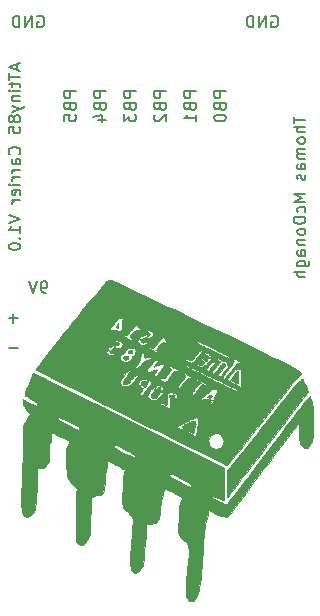
<source format=gbr>
G04 #@! TF.GenerationSoftware,KiCad,Pcbnew,(5.1.7)-1*
G04 #@! TF.CreationDate,2021-11-01T14:45:34-05:00*
G04 #@! TF.ProjectId,ATtiny85Carrier,41547469-6e79-4383-9543-617272696572,rev?*
G04 #@! TF.SameCoordinates,Original*
G04 #@! TF.FileFunction,Legend,Bot*
G04 #@! TF.FilePolarity,Positive*
%FSLAX46Y46*%
G04 Gerber Fmt 4.6, Leading zero omitted, Abs format (unit mm)*
G04 Created by KiCad (PCBNEW (5.1.7)-1) date 2021-11-01 14:45:34*
%MOMM*%
%LPD*%
G01*
G04 APERTURE LIST*
%ADD10C,0.150000*%
%ADD11C,0.010000*%
G04 APERTURE END LIST*
D10*
X137882380Y-110617857D02*
X137882380Y-111189285D01*
X138882380Y-110903571D02*
X137882380Y-110903571D01*
X138882380Y-111522619D02*
X137882380Y-111522619D01*
X138882380Y-111951190D02*
X138358571Y-111951190D01*
X138263333Y-111903571D01*
X138215714Y-111808333D01*
X138215714Y-111665476D01*
X138263333Y-111570238D01*
X138310952Y-111522619D01*
X138882380Y-112570238D02*
X138834761Y-112475000D01*
X138787142Y-112427380D01*
X138691904Y-112379761D01*
X138406190Y-112379761D01*
X138310952Y-112427380D01*
X138263333Y-112475000D01*
X138215714Y-112570238D01*
X138215714Y-112713095D01*
X138263333Y-112808333D01*
X138310952Y-112855952D01*
X138406190Y-112903571D01*
X138691904Y-112903571D01*
X138787142Y-112855952D01*
X138834761Y-112808333D01*
X138882380Y-112713095D01*
X138882380Y-112570238D01*
X138882380Y-113332142D02*
X138215714Y-113332142D01*
X138310952Y-113332142D02*
X138263333Y-113379761D01*
X138215714Y-113475000D01*
X138215714Y-113617857D01*
X138263333Y-113713095D01*
X138358571Y-113760714D01*
X138882380Y-113760714D01*
X138358571Y-113760714D02*
X138263333Y-113808333D01*
X138215714Y-113903571D01*
X138215714Y-114046428D01*
X138263333Y-114141666D01*
X138358571Y-114189285D01*
X138882380Y-114189285D01*
X138882380Y-115094047D02*
X138358571Y-115094047D01*
X138263333Y-115046428D01*
X138215714Y-114951190D01*
X138215714Y-114760714D01*
X138263333Y-114665476D01*
X138834761Y-115094047D02*
X138882380Y-114998809D01*
X138882380Y-114760714D01*
X138834761Y-114665476D01*
X138739523Y-114617857D01*
X138644285Y-114617857D01*
X138549047Y-114665476D01*
X138501428Y-114760714D01*
X138501428Y-114998809D01*
X138453809Y-115094047D01*
X138834761Y-115522619D02*
X138882380Y-115617857D01*
X138882380Y-115808333D01*
X138834761Y-115903571D01*
X138739523Y-115951190D01*
X138691904Y-115951190D01*
X138596666Y-115903571D01*
X138549047Y-115808333D01*
X138549047Y-115665476D01*
X138501428Y-115570238D01*
X138406190Y-115522619D01*
X138358571Y-115522619D01*
X138263333Y-115570238D01*
X138215714Y-115665476D01*
X138215714Y-115808333D01*
X138263333Y-115903571D01*
X138882380Y-117141666D02*
X137882380Y-117141666D01*
X138596666Y-117475000D01*
X137882380Y-117808333D01*
X138882380Y-117808333D01*
X138834761Y-118713095D02*
X138882380Y-118617857D01*
X138882380Y-118427380D01*
X138834761Y-118332142D01*
X138787142Y-118284523D01*
X138691904Y-118236904D01*
X138406190Y-118236904D01*
X138310952Y-118284523D01*
X138263333Y-118332142D01*
X138215714Y-118427380D01*
X138215714Y-118617857D01*
X138263333Y-118713095D01*
X138882380Y-119141666D02*
X137882380Y-119141666D01*
X137882380Y-119379761D01*
X137930000Y-119522619D01*
X138025238Y-119617857D01*
X138120476Y-119665476D01*
X138310952Y-119713095D01*
X138453809Y-119713095D01*
X138644285Y-119665476D01*
X138739523Y-119617857D01*
X138834761Y-119522619D01*
X138882380Y-119379761D01*
X138882380Y-119141666D01*
X138882380Y-120284523D02*
X138834761Y-120189285D01*
X138787142Y-120141666D01*
X138691904Y-120094047D01*
X138406190Y-120094047D01*
X138310952Y-120141666D01*
X138263333Y-120189285D01*
X138215714Y-120284523D01*
X138215714Y-120427380D01*
X138263333Y-120522619D01*
X138310952Y-120570238D01*
X138406190Y-120617857D01*
X138691904Y-120617857D01*
X138787142Y-120570238D01*
X138834761Y-120522619D01*
X138882380Y-120427380D01*
X138882380Y-120284523D01*
X138215714Y-121046428D02*
X138882380Y-121046428D01*
X138310952Y-121046428D02*
X138263333Y-121094047D01*
X138215714Y-121189285D01*
X138215714Y-121332142D01*
X138263333Y-121427380D01*
X138358571Y-121475000D01*
X138882380Y-121475000D01*
X138882380Y-122379761D02*
X138358571Y-122379761D01*
X138263333Y-122332142D01*
X138215714Y-122236904D01*
X138215714Y-122046428D01*
X138263333Y-121951190D01*
X138834761Y-122379761D02*
X138882380Y-122284523D01*
X138882380Y-122046428D01*
X138834761Y-121951190D01*
X138739523Y-121903571D01*
X138644285Y-121903571D01*
X138549047Y-121951190D01*
X138501428Y-122046428D01*
X138501428Y-122284523D01*
X138453809Y-122379761D01*
X138215714Y-123284523D02*
X139025238Y-123284523D01*
X139120476Y-123236904D01*
X139168095Y-123189285D01*
X139215714Y-123094047D01*
X139215714Y-122951190D01*
X139168095Y-122855952D01*
X138834761Y-123284523D02*
X138882380Y-123189285D01*
X138882380Y-122998809D01*
X138834761Y-122903571D01*
X138787142Y-122855952D01*
X138691904Y-122808333D01*
X138406190Y-122808333D01*
X138310952Y-122855952D01*
X138263333Y-122903571D01*
X138215714Y-122998809D01*
X138215714Y-123189285D01*
X138263333Y-123284523D01*
X138882380Y-123760714D02*
X137882380Y-123760714D01*
X138882380Y-124189285D02*
X138358571Y-124189285D01*
X138263333Y-124141666D01*
X138215714Y-124046428D01*
X138215714Y-123903571D01*
X138263333Y-123808333D01*
X138310952Y-123760714D01*
X114466666Y-106188857D02*
X114466666Y-106665047D01*
X114752380Y-106093619D02*
X113752380Y-106426952D01*
X114752380Y-106760285D01*
X113752380Y-106950761D02*
X113752380Y-107522190D01*
X114752380Y-107236476D02*
X113752380Y-107236476D01*
X114085714Y-107712666D02*
X114085714Y-108093619D01*
X113752380Y-107855523D02*
X114609523Y-107855523D01*
X114704761Y-107903142D01*
X114752380Y-107998380D01*
X114752380Y-108093619D01*
X114752380Y-108426952D02*
X114085714Y-108426952D01*
X113752380Y-108426952D02*
X113800000Y-108379333D01*
X113847619Y-108426952D01*
X113800000Y-108474571D01*
X113752380Y-108426952D01*
X113847619Y-108426952D01*
X114085714Y-108903142D02*
X114752380Y-108903142D01*
X114180952Y-108903142D02*
X114133333Y-108950761D01*
X114085714Y-109046000D01*
X114085714Y-109188857D01*
X114133333Y-109284095D01*
X114228571Y-109331714D01*
X114752380Y-109331714D01*
X114085714Y-109712666D02*
X114752380Y-109950761D01*
X114085714Y-110188857D02*
X114752380Y-109950761D01*
X114990476Y-109855523D01*
X115038095Y-109807904D01*
X115085714Y-109712666D01*
X114180952Y-110712666D02*
X114133333Y-110617428D01*
X114085714Y-110569809D01*
X113990476Y-110522190D01*
X113942857Y-110522190D01*
X113847619Y-110569809D01*
X113800000Y-110617428D01*
X113752380Y-110712666D01*
X113752380Y-110903142D01*
X113800000Y-110998380D01*
X113847619Y-111046000D01*
X113942857Y-111093619D01*
X113990476Y-111093619D01*
X114085714Y-111046000D01*
X114133333Y-110998380D01*
X114180952Y-110903142D01*
X114180952Y-110712666D01*
X114228571Y-110617428D01*
X114276190Y-110569809D01*
X114371428Y-110522190D01*
X114561904Y-110522190D01*
X114657142Y-110569809D01*
X114704761Y-110617428D01*
X114752380Y-110712666D01*
X114752380Y-110903142D01*
X114704761Y-110998380D01*
X114657142Y-111046000D01*
X114561904Y-111093619D01*
X114371428Y-111093619D01*
X114276190Y-111046000D01*
X114228571Y-110998380D01*
X114180952Y-110903142D01*
X113752380Y-111998380D02*
X113752380Y-111522190D01*
X114228571Y-111474571D01*
X114180952Y-111522190D01*
X114133333Y-111617428D01*
X114133333Y-111855523D01*
X114180952Y-111950761D01*
X114228571Y-111998380D01*
X114323809Y-112046000D01*
X114561904Y-112046000D01*
X114657142Y-111998380D01*
X114704761Y-111950761D01*
X114752380Y-111855523D01*
X114752380Y-111617428D01*
X114704761Y-111522190D01*
X114657142Y-111474571D01*
X114657142Y-113807904D02*
X114704761Y-113760285D01*
X114752380Y-113617428D01*
X114752380Y-113522190D01*
X114704761Y-113379333D01*
X114609523Y-113284095D01*
X114514285Y-113236476D01*
X114323809Y-113188857D01*
X114180952Y-113188857D01*
X113990476Y-113236476D01*
X113895238Y-113284095D01*
X113800000Y-113379333D01*
X113752380Y-113522190D01*
X113752380Y-113617428D01*
X113800000Y-113760285D01*
X113847619Y-113807904D01*
X114752380Y-114665047D02*
X114228571Y-114665047D01*
X114133333Y-114617428D01*
X114085714Y-114522190D01*
X114085714Y-114331714D01*
X114133333Y-114236476D01*
X114704761Y-114665047D02*
X114752380Y-114569809D01*
X114752380Y-114331714D01*
X114704761Y-114236476D01*
X114609523Y-114188857D01*
X114514285Y-114188857D01*
X114419047Y-114236476D01*
X114371428Y-114331714D01*
X114371428Y-114569809D01*
X114323809Y-114665047D01*
X114752380Y-115141238D02*
X114085714Y-115141238D01*
X114276190Y-115141238D02*
X114180952Y-115188857D01*
X114133333Y-115236476D01*
X114085714Y-115331714D01*
X114085714Y-115426952D01*
X114752380Y-115760285D02*
X114085714Y-115760285D01*
X114276190Y-115760285D02*
X114180952Y-115807904D01*
X114133333Y-115855523D01*
X114085714Y-115950761D01*
X114085714Y-116045999D01*
X114752380Y-116379333D02*
X114085714Y-116379333D01*
X113752380Y-116379333D02*
X113800000Y-116331714D01*
X113847619Y-116379333D01*
X113800000Y-116426952D01*
X113752380Y-116379333D01*
X113847619Y-116379333D01*
X114704761Y-117236476D02*
X114752380Y-117141238D01*
X114752380Y-116950761D01*
X114704761Y-116855523D01*
X114609523Y-116807904D01*
X114228571Y-116807904D01*
X114133333Y-116855523D01*
X114085714Y-116950761D01*
X114085714Y-117141238D01*
X114133333Y-117236476D01*
X114228571Y-117284095D01*
X114323809Y-117284095D01*
X114419047Y-116807904D01*
X114752380Y-117712666D02*
X114085714Y-117712666D01*
X114276190Y-117712666D02*
X114180952Y-117760285D01*
X114133333Y-117807904D01*
X114085714Y-117903142D01*
X114085714Y-117998380D01*
X113752380Y-118950761D02*
X114752380Y-119284095D01*
X113752380Y-119617428D01*
X114752380Y-120474571D02*
X114752380Y-119903142D01*
X114752380Y-120188857D02*
X113752380Y-120188857D01*
X113895238Y-120093619D01*
X113990476Y-119998380D01*
X114038095Y-119903142D01*
X114657142Y-120903142D02*
X114704761Y-120950761D01*
X114752380Y-120903142D01*
X114704761Y-120855523D01*
X114657142Y-120903142D01*
X114752380Y-120903142D01*
X113752380Y-121569809D02*
X113752380Y-121665047D01*
X113800000Y-121760285D01*
X113847619Y-121807904D01*
X113942857Y-121855523D01*
X114133333Y-121903142D01*
X114371428Y-121903142D01*
X114561904Y-121855523D01*
X114657142Y-121807904D01*
X114704761Y-121760285D01*
X114752380Y-121665047D01*
X114752380Y-121569809D01*
X114704761Y-121474571D01*
X114657142Y-121426952D01*
X114561904Y-121379333D01*
X114371428Y-121331714D01*
X114133333Y-121331714D01*
X113942857Y-121379333D01*
X113847619Y-121426952D01*
X113800000Y-121474571D01*
X113752380Y-121569809D01*
X116204904Y-102116000D02*
X116300142Y-102068380D01*
X116443000Y-102068380D01*
X116585857Y-102116000D01*
X116681095Y-102211238D01*
X116728714Y-102306476D01*
X116776333Y-102496952D01*
X116776333Y-102639809D01*
X116728714Y-102830285D01*
X116681095Y-102925523D01*
X116585857Y-103020761D01*
X116443000Y-103068380D01*
X116347761Y-103068380D01*
X116204904Y-103020761D01*
X116157285Y-102973142D01*
X116157285Y-102639809D01*
X116347761Y-102639809D01*
X115728714Y-103068380D02*
X115728714Y-102068380D01*
X115157285Y-103068380D01*
X115157285Y-102068380D01*
X114681095Y-103068380D02*
X114681095Y-102068380D01*
X114443000Y-102068380D01*
X114300142Y-102116000D01*
X114204904Y-102211238D01*
X114157285Y-102306476D01*
X114109666Y-102496952D01*
X114109666Y-102639809D01*
X114157285Y-102830285D01*
X114204904Y-102925523D01*
X114300142Y-103020761D01*
X114443000Y-103068380D01*
X114681095Y-103068380D01*
X136016904Y-102116000D02*
X136112142Y-102068380D01*
X136255000Y-102068380D01*
X136397857Y-102116000D01*
X136493095Y-102211238D01*
X136540714Y-102306476D01*
X136588333Y-102496952D01*
X136588333Y-102639809D01*
X136540714Y-102830285D01*
X136493095Y-102925523D01*
X136397857Y-103020761D01*
X136255000Y-103068380D01*
X136159761Y-103068380D01*
X136016904Y-103020761D01*
X135969285Y-102973142D01*
X135969285Y-102639809D01*
X136159761Y-102639809D01*
X135540714Y-103068380D02*
X135540714Y-102068380D01*
X134969285Y-103068380D01*
X134969285Y-102068380D01*
X134493095Y-103068380D02*
X134493095Y-102068380D01*
X134255000Y-102068380D01*
X134112142Y-102116000D01*
X134016904Y-102211238D01*
X133969285Y-102306476D01*
X133921666Y-102496952D01*
X133921666Y-102639809D01*
X133969285Y-102830285D01*
X134016904Y-102925523D01*
X134112142Y-103020761D01*
X134255000Y-103068380D01*
X134493095Y-103068380D01*
X119451380Y-108489904D02*
X118451380Y-108489904D01*
X118451380Y-108870857D01*
X118499000Y-108966095D01*
X118546619Y-109013714D01*
X118641857Y-109061333D01*
X118784714Y-109061333D01*
X118879952Y-109013714D01*
X118927571Y-108966095D01*
X118975190Y-108870857D01*
X118975190Y-108489904D01*
X118927571Y-109823238D02*
X118975190Y-109966095D01*
X119022809Y-110013714D01*
X119118047Y-110061333D01*
X119260904Y-110061333D01*
X119356142Y-110013714D01*
X119403761Y-109966095D01*
X119451380Y-109870857D01*
X119451380Y-109489904D01*
X118451380Y-109489904D01*
X118451380Y-109823238D01*
X118499000Y-109918476D01*
X118546619Y-109966095D01*
X118641857Y-110013714D01*
X118737095Y-110013714D01*
X118832333Y-109966095D01*
X118879952Y-109918476D01*
X118927571Y-109823238D01*
X118927571Y-109489904D01*
X118451380Y-110966095D02*
X118451380Y-110489904D01*
X118927571Y-110442285D01*
X118879952Y-110489904D01*
X118832333Y-110585142D01*
X118832333Y-110823238D01*
X118879952Y-110918476D01*
X118927571Y-110966095D01*
X119022809Y-111013714D01*
X119260904Y-111013714D01*
X119356142Y-110966095D01*
X119403761Y-110918476D01*
X119451380Y-110823238D01*
X119451380Y-110585142D01*
X119403761Y-110489904D01*
X119356142Y-110442285D01*
X121991380Y-108489904D02*
X120991380Y-108489904D01*
X120991380Y-108870857D01*
X121039000Y-108966095D01*
X121086619Y-109013714D01*
X121181857Y-109061333D01*
X121324714Y-109061333D01*
X121419952Y-109013714D01*
X121467571Y-108966095D01*
X121515190Y-108870857D01*
X121515190Y-108489904D01*
X121467571Y-109823238D02*
X121515190Y-109966095D01*
X121562809Y-110013714D01*
X121658047Y-110061333D01*
X121800904Y-110061333D01*
X121896142Y-110013714D01*
X121943761Y-109966095D01*
X121991380Y-109870857D01*
X121991380Y-109489904D01*
X120991380Y-109489904D01*
X120991380Y-109823238D01*
X121039000Y-109918476D01*
X121086619Y-109966095D01*
X121181857Y-110013714D01*
X121277095Y-110013714D01*
X121372333Y-109966095D01*
X121419952Y-109918476D01*
X121467571Y-109823238D01*
X121467571Y-109489904D01*
X121324714Y-110918476D02*
X121991380Y-110918476D01*
X120943761Y-110680380D02*
X121658047Y-110442285D01*
X121658047Y-111061333D01*
X124531380Y-108489904D02*
X123531380Y-108489904D01*
X123531380Y-108870857D01*
X123579000Y-108966095D01*
X123626619Y-109013714D01*
X123721857Y-109061333D01*
X123864714Y-109061333D01*
X123959952Y-109013714D01*
X124007571Y-108966095D01*
X124055190Y-108870857D01*
X124055190Y-108489904D01*
X124007571Y-109823238D02*
X124055190Y-109966095D01*
X124102809Y-110013714D01*
X124198047Y-110061333D01*
X124340904Y-110061333D01*
X124436142Y-110013714D01*
X124483761Y-109966095D01*
X124531380Y-109870857D01*
X124531380Y-109489904D01*
X123531380Y-109489904D01*
X123531380Y-109823238D01*
X123579000Y-109918476D01*
X123626619Y-109966095D01*
X123721857Y-110013714D01*
X123817095Y-110013714D01*
X123912333Y-109966095D01*
X123959952Y-109918476D01*
X124007571Y-109823238D01*
X124007571Y-109489904D01*
X123531380Y-110394666D02*
X123531380Y-111013714D01*
X123912333Y-110680380D01*
X123912333Y-110823238D01*
X123959952Y-110918476D01*
X124007571Y-110966095D01*
X124102809Y-111013714D01*
X124340904Y-111013714D01*
X124436142Y-110966095D01*
X124483761Y-110918476D01*
X124531380Y-110823238D01*
X124531380Y-110537523D01*
X124483761Y-110442285D01*
X124436142Y-110394666D01*
X127071380Y-108489904D02*
X126071380Y-108489904D01*
X126071380Y-108870857D01*
X126119000Y-108966095D01*
X126166619Y-109013714D01*
X126261857Y-109061333D01*
X126404714Y-109061333D01*
X126499952Y-109013714D01*
X126547571Y-108966095D01*
X126595190Y-108870857D01*
X126595190Y-108489904D01*
X126547571Y-109823238D02*
X126595190Y-109966095D01*
X126642809Y-110013714D01*
X126738047Y-110061333D01*
X126880904Y-110061333D01*
X126976142Y-110013714D01*
X127023761Y-109966095D01*
X127071380Y-109870857D01*
X127071380Y-109489904D01*
X126071380Y-109489904D01*
X126071380Y-109823238D01*
X126119000Y-109918476D01*
X126166619Y-109966095D01*
X126261857Y-110013714D01*
X126357095Y-110013714D01*
X126452333Y-109966095D01*
X126499952Y-109918476D01*
X126547571Y-109823238D01*
X126547571Y-109489904D01*
X126166619Y-110442285D02*
X126119000Y-110489904D01*
X126071380Y-110585142D01*
X126071380Y-110823238D01*
X126119000Y-110918476D01*
X126166619Y-110966095D01*
X126261857Y-111013714D01*
X126357095Y-111013714D01*
X126499952Y-110966095D01*
X127071380Y-110394666D01*
X127071380Y-111013714D01*
X129611380Y-108489904D02*
X128611380Y-108489904D01*
X128611380Y-108870857D01*
X128659000Y-108966095D01*
X128706619Y-109013714D01*
X128801857Y-109061333D01*
X128944714Y-109061333D01*
X129039952Y-109013714D01*
X129087571Y-108966095D01*
X129135190Y-108870857D01*
X129135190Y-108489904D01*
X129087571Y-109823238D02*
X129135190Y-109966095D01*
X129182809Y-110013714D01*
X129278047Y-110061333D01*
X129420904Y-110061333D01*
X129516142Y-110013714D01*
X129563761Y-109966095D01*
X129611380Y-109870857D01*
X129611380Y-109489904D01*
X128611380Y-109489904D01*
X128611380Y-109823238D01*
X128659000Y-109918476D01*
X128706619Y-109966095D01*
X128801857Y-110013714D01*
X128897095Y-110013714D01*
X128992333Y-109966095D01*
X129039952Y-109918476D01*
X129087571Y-109823238D01*
X129087571Y-109489904D01*
X129611380Y-111013714D02*
X129611380Y-110442285D01*
X129611380Y-110728000D02*
X128611380Y-110728000D01*
X128754238Y-110632761D01*
X128849476Y-110537523D01*
X128897095Y-110442285D01*
X132151380Y-108489904D02*
X131151380Y-108489904D01*
X131151380Y-108870857D01*
X131199000Y-108966095D01*
X131246619Y-109013714D01*
X131341857Y-109061333D01*
X131484714Y-109061333D01*
X131579952Y-109013714D01*
X131627571Y-108966095D01*
X131675190Y-108870857D01*
X131675190Y-108489904D01*
X131627571Y-109823238D02*
X131675190Y-109966095D01*
X131722809Y-110013714D01*
X131818047Y-110061333D01*
X131960904Y-110061333D01*
X132056142Y-110013714D01*
X132103761Y-109966095D01*
X132151380Y-109870857D01*
X132151380Y-109489904D01*
X131151380Y-109489904D01*
X131151380Y-109823238D01*
X131199000Y-109918476D01*
X131246619Y-109966095D01*
X131341857Y-110013714D01*
X131437095Y-110013714D01*
X131532333Y-109966095D01*
X131579952Y-109918476D01*
X131627571Y-109823238D01*
X131627571Y-109489904D01*
X131151380Y-110680380D02*
X131151380Y-110775619D01*
X131199000Y-110870857D01*
X131246619Y-110918476D01*
X131341857Y-110966095D01*
X131532333Y-111013714D01*
X131770428Y-111013714D01*
X131960904Y-110966095D01*
X132056142Y-110918476D01*
X132103761Y-110870857D01*
X132151380Y-110775619D01*
X132151380Y-110680380D01*
X132103761Y-110585142D01*
X132056142Y-110537523D01*
X131960904Y-110489904D01*
X131770428Y-110442285D01*
X131532333Y-110442285D01*
X131341857Y-110489904D01*
X131246619Y-110537523D01*
X131199000Y-110585142D01*
X131151380Y-110680380D01*
X114553952Y-130246428D02*
X113792047Y-130246428D01*
X116951047Y-125547380D02*
X116760571Y-125547380D01*
X116665333Y-125499761D01*
X116617714Y-125452142D01*
X116522476Y-125309285D01*
X116474857Y-125118809D01*
X116474857Y-124737857D01*
X116522476Y-124642619D01*
X116570095Y-124595000D01*
X116665333Y-124547380D01*
X116855809Y-124547380D01*
X116951047Y-124595000D01*
X116998666Y-124642619D01*
X117046285Y-124737857D01*
X117046285Y-124975952D01*
X116998666Y-125071190D01*
X116951047Y-125118809D01*
X116855809Y-125166428D01*
X116665333Y-125166428D01*
X116570095Y-125118809D01*
X116522476Y-125071190D01*
X116474857Y-124975952D01*
X116189142Y-124547380D02*
X115855809Y-125547380D01*
X115522476Y-124547380D01*
X114553952Y-127706428D02*
X113792047Y-127706428D01*
X114173000Y-128087380D02*
X114173000Y-127325476D01*
D11*
G04 #@! TO.C,G\u002A\u002A\u002A*
G36*
X115645644Y-132758799D02*
G01*
X115553673Y-132995337D01*
X115456996Y-133233635D01*
X115373073Y-133430894D01*
X115354846Y-133471609D01*
X115234586Y-133750140D01*
X115152688Y-133971020D01*
X115112764Y-134123368D01*
X115115490Y-134192551D01*
X115167721Y-134234247D01*
X115289796Y-134315151D01*
X115463580Y-134423657D01*
X115670936Y-134548157D01*
X115673945Y-134549931D01*
X115905542Y-134689810D01*
X116060802Y-134793445D01*
X116153303Y-134871902D01*
X116196620Y-134936247D01*
X116205000Y-134982789D01*
X116178631Y-135069608D01*
X116096197Y-135099293D01*
X115952712Y-135070403D01*
X115743190Y-134981495D01*
X115462644Y-134831129D01*
X115252500Y-134707401D01*
X114985800Y-134546436D01*
X114985800Y-134792897D01*
X115003806Y-134983617D01*
X115054952Y-135096097D01*
X115062000Y-135102599D01*
X115126323Y-135182443D01*
X115138419Y-135223120D01*
X115167392Y-135290301D01*
X115243015Y-135410567D01*
X115345222Y-135552890D01*
X115551806Y-135825381D01*
X115317208Y-136178184D01*
X115199237Y-136361213D01*
X115097759Y-136528708D01*
X115031216Y-136649990D01*
X115022978Y-136667693D01*
X115001669Y-136766386D01*
X114984880Y-136955946D01*
X114972505Y-137238940D01*
X114964436Y-137617934D01*
X114960568Y-138095494D01*
X114960344Y-138176000D01*
X114957031Y-138607065D01*
X114949263Y-139108761D01*
X114937764Y-139650250D01*
X114923259Y-140200693D01*
X114906471Y-140729255D01*
X114890552Y-141147800D01*
X114864983Y-141810680D01*
X114847842Y-142379242D01*
X114839284Y-142860432D01*
X114839466Y-143261195D01*
X114848542Y-143588475D01*
X114866668Y-143849217D01*
X114893999Y-144050367D01*
X114930689Y-144198869D01*
X114960400Y-144272000D01*
X115033468Y-144399402D01*
X115111317Y-144461606D01*
X115235585Y-144485942D01*
X115292903Y-144490258D01*
X115433307Y-144492839D01*
X115527980Y-144464798D01*
X115616070Y-144386955D01*
X115693714Y-144293889D01*
X115809985Y-144136706D01*
X115900327Y-143978951D01*
X115968836Y-143803759D01*
X116019609Y-143594271D01*
X116056741Y-143333624D01*
X116084328Y-143004956D01*
X116106278Y-142595600D01*
X116121034Y-142233701D01*
X116133923Y-141851435D01*
X116144005Y-141481951D01*
X116150339Y-141158402D01*
X116152022Y-140982700D01*
X116154200Y-140335000D01*
X116508833Y-140335000D01*
X116695715Y-140332482D01*
X116805209Y-140319773D01*
X116861495Y-140289139D01*
X116888754Y-140232845D01*
X116894418Y-140211672D01*
X116957866Y-140089815D01*
X117047786Y-139996414D01*
X117094371Y-139957903D01*
X117127330Y-139912562D01*
X117149019Y-139843607D01*
X117161794Y-139734255D01*
X117168011Y-139567724D01*
X117170027Y-139327228D01*
X117170200Y-139124455D01*
X117171358Y-138821887D01*
X117176143Y-138603292D01*
X117186524Y-138451057D01*
X117204468Y-138347569D01*
X117231944Y-138275215D01*
X117270921Y-138216382D01*
X117271801Y-138215261D01*
X117332148Y-138110142D01*
X117363730Y-137969556D01*
X117373371Y-137761970D01*
X117373401Y-137745815D01*
X117376791Y-137570173D01*
X117385673Y-137438896D01*
X117397882Y-137381052D01*
X117448983Y-137394641D01*
X117574995Y-137447743D01*
X117760523Y-137533312D01*
X117990172Y-137644305D01*
X118180468Y-137739170D01*
X118938573Y-138121769D01*
X118786905Y-138422222D01*
X118635237Y-138722674D01*
X118653147Y-139871737D01*
X118660501Y-140282806D01*
X118671305Y-140608070D01*
X118690144Y-140863317D01*
X118721605Y-141064337D01*
X118770274Y-141226916D01*
X118840738Y-141366845D01*
X118937581Y-141499912D01*
X119065392Y-141641904D01*
X119210367Y-141790055D01*
X119569840Y-142152910D01*
X119502463Y-142602855D01*
X119478763Y-142823453D01*
X119460055Y-143136487D01*
X119446271Y-143544113D01*
X119437343Y-144048486D01*
X119433202Y-144651765D01*
X119432944Y-144783666D01*
X119430800Y-146514532D01*
X119573086Y-146701366D01*
X119678649Y-146821348D01*
X119779528Y-146875691D01*
X119914681Y-146888200D01*
X120053877Y-146876110D01*
X120137213Y-146822560D01*
X120198419Y-146723100D01*
X120286648Y-146580698D01*
X120406171Y-146422455D01*
X120448447Y-146373194D01*
X120523392Y-146284399D01*
X120573048Y-146201900D01*
X120604316Y-146100572D01*
X120624101Y-145955293D01*
X120639305Y-145740939D01*
X120643858Y-145661994D01*
X120654555Y-145444912D01*
X120666696Y-145152011D01*
X120679335Y-144809042D01*
X120691529Y-144441758D01*
X120702332Y-144075912D01*
X120703219Y-144043400D01*
X120713098Y-143715995D01*
X120723974Y-143419568D01*
X120735093Y-143170387D01*
X120745702Y-142984717D01*
X120755049Y-142878823D01*
X120757806Y-142863881D01*
X120827033Y-142788722D01*
X120972770Y-142726487D01*
X121170053Y-142685062D01*
X121365045Y-142672083D01*
X121530736Y-142652459D01*
X121654407Y-142585002D01*
X121746035Y-142456053D01*
X121815598Y-142251952D01*
X121869427Y-141981540D01*
X121904605Y-141708838D01*
X121931015Y-141393845D01*
X121943945Y-141095785D01*
X121944514Y-141037733D01*
X121949756Y-140821345D01*
X121963203Y-140651267D01*
X121982691Y-140549136D01*
X121995293Y-140529733D01*
X122022724Y-140474781D01*
X122051890Y-140343458D01*
X122077652Y-140160763D01*
X122084193Y-140097095D01*
X122123200Y-139681391D01*
X122834400Y-140083547D01*
X123077659Y-140220593D01*
X123290254Y-140339404D01*
X123456307Y-140431184D01*
X123559945Y-140487136D01*
X123586083Y-140500045D01*
X123592879Y-140550312D01*
X123562622Y-140660225D01*
X123540352Y-140716794D01*
X123512154Y-140800614D01*
X123488847Y-140914863D01*
X123469394Y-141071999D01*
X123452758Y-141284481D01*
X123437899Y-141564769D01*
X123423779Y-141925320D01*
X123413603Y-142237871D01*
X123401223Y-142677321D01*
X123395140Y-143027216D01*
X123396917Y-143299491D01*
X123408118Y-143506082D01*
X123430306Y-143658923D01*
X123465044Y-143769949D01*
X123513897Y-143851096D01*
X123578426Y-143914298D01*
X123638877Y-143957649D01*
X123841791Y-144125086D01*
X124044179Y-144349214D01*
X124170528Y-144525927D01*
X124299418Y-144729055D01*
X124236788Y-145664322D01*
X124213420Y-145985209D01*
X124187661Y-146292066D01*
X124161683Y-146562002D01*
X124137661Y-146772131D01*
X124120977Y-146883595D01*
X124101558Y-147036764D01*
X124084299Y-147264887D01*
X124070700Y-147541322D01*
X124062261Y-147839425D01*
X124060698Y-147955000D01*
X124059170Y-148261898D01*
X124062350Y-148487375D01*
X124072302Y-148651575D01*
X124091089Y-148774643D01*
X124120777Y-148876723D01*
X124163427Y-148977959D01*
X124166095Y-148983700D01*
X124237784Y-149125323D01*
X124301336Y-149196888D01*
X124387618Y-149222148D01*
X124479667Y-149225000D01*
X124595326Y-149216589D01*
X124687662Y-149179456D01*
X124785342Y-149095749D01*
X124907946Y-148958300D01*
X125135147Y-148691600D01*
X125193623Y-147878800D01*
X125217628Y-147568054D01*
X125244215Y-147261537D01*
X125270724Y-146987655D01*
X125294495Y-146774814D01*
X125303031Y-146710400D01*
X125326570Y-146513172D01*
X125351349Y-146251018D01*
X125374173Y-145960515D01*
X125389582Y-145719800D01*
X125425200Y-145084800D01*
X125789527Y-145069954D01*
X125982565Y-145059031D01*
X126107366Y-145037088D01*
X126197273Y-144991236D01*
X126285633Y-144908586D01*
X126328738Y-144861534D01*
X126399938Y-144777729D01*
X126454309Y-144694409D01*
X126495811Y-144594966D01*
X126528402Y-144462792D01*
X126556040Y-144281277D01*
X126582684Y-144033813D01*
X126612293Y-143703791D01*
X126616570Y-143653912D01*
X126651494Y-143332743D01*
X126695346Y-143096420D01*
X126751448Y-142928343D01*
X126769044Y-142892664D01*
X126852575Y-142648225D01*
X126873000Y-142402429D01*
X126875494Y-142237532D01*
X126889150Y-142152875D01*
X126923227Y-142127111D01*
X126986987Y-142138898D01*
X126987300Y-142138988D01*
X127070294Y-142172139D01*
X127219922Y-142240288D01*
X127416272Y-142333574D01*
X127639431Y-142442135D01*
X127869487Y-142556110D01*
X128086527Y-142665639D01*
X128270639Y-142760858D01*
X128401911Y-142831906D01*
X128459695Y-142868181D01*
X128455245Y-142926613D01*
X128401364Y-143033941D01*
X128361267Y-143094624D01*
X128313537Y-143165500D01*
X128277782Y-143235743D01*
X128251514Y-143321760D01*
X128232244Y-143439960D01*
X128217486Y-143606749D01*
X128204752Y-143838537D01*
X128191553Y-144151730D01*
X128188234Y-144235889D01*
X128174121Y-144563763D01*
X128158193Y-144881737D01*
X128141812Y-145165872D01*
X128126342Y-145392226D01*
X128115194Y-145518839D01*
X128112263Y-145817599D01*
X128181737Y-146060436D01*
X128333464Y-146267818D01*
X128563947Y-146451420D01*
X128736110Y-146578755D01*
X128857821Y-146708944D01*
X128937375Y-146862817D01*
X128983067Y-147061209D01*
X129003189Y-147324951D01*
X129006503Y-147563023D01*
X128998519Y-147829283D01*
X128976660Y-148159110D01*
X128943955Y-148515889D01*
X128903429Y-148863001D01*
X128892203Y-148945600D01*
X128844895Y-149332280D01*
X128809640Y-149723979D01*
X128786618Y-150105704D01*
X128776005Y-150462458D01*
X128777981Y-150779247D01*
X128792724Y-151041076D01*
X128820411Y-151232951D01*
X128861222Y-151339875D01*
X128863706Y-151342831D01*
X128937193Y-151458985D01*
X128963694Y-151536400D01*
X129002215Y-151607607D01*
X129101460Y-151643365D01*
X129184839Y-151652463D01*
X129328125Y-151650755D01*
X129413943Y-151608327D01*
X129463800Y-151542553D01*
X129545754Y-151421441D01*
X129653105Y-151277579D01*
X129678861Y-151244995D01*
X129742075Y-151154251D01*
X129789707Y-151049357D01*
X129828107Y-150907726D01*
X129863624Y-150706774D01*
X129896486Y-150470963D01*
X129930206Y-150231488D01*
X129963293Y-150027390D01*
X129991878Y-149880733D01*
X130011625Y-149814258D01*
X130027396Y-149745140D01*
X130045054Y-149595045D01*
X130062663Y-149384528D01*
X130078291Y-149134138D01*
X130081424Y-149072600D01*
X130109536Y-148546039D01*
X130142317Y-148017491D01*
X130178811Y-147496674D01*
X130218059Y-146993311D01*
X130259101Y-146517122D01*
X130300981Y-146077827D01*
X130342739Y-145685148D01*
X130383416Y-145348806D01*
X130422055Y-145078521D01*
X130457697Y-144884013D01*
X130489384Y-144775005D01*
X130507167Y-144754600D01*
X130542708Y-144705884D01*
X130577464Y-144568029D01*
X130608425Y-144353469D01*
X130611790Y-144322702D01*
X130657600Y-143890804D01*
X130886200Y-144043079D01*
X131042730Y-144128904D01*
X131259390Y-144223926D01*
X131507757Y-144318251D01*
X131759403Y-144401985D01*
X131985903Y-144465233D01*
X132158831Y-144498102D01*
X132200657Y-144500600D01*
X132248120Y-144492673D01*
X132302533Y-144463030D01*
X132371470Y-144402879D01*
X132462507Y-144303426D01*
X132583218Y-144155878D01*
X132741179Y-143951441D01*
X132943965Y-143681322D01*
X133174373Y-143370300D01*
X133491220Y-142942069D01*
X133831366Y-142484096D01*
X134189578Y-142003305D01*
X134560627Y-141506620D01*
X134939281Y-141000967D01*
X135320308Y-140493269D01*
X135698479Y-139990451D01*
X136068561Y-139499437D01*
X136425323Y-139027153D01*
X136763535Y-138580522D01*
X137077965Y-138166469D01*
X137363383Y-137791919D01*
X137614556Y-137463796D01*
X137826254Y-137189024D01*
X137993247Y-136974528D01*
X138110302Y-136827233D01*
X138172188Y-136754062D01*
X138174031Y-136752182D01*
X138344972Y-136581242D01*
X138362086Y-137378621D01*
X138370666Y-137695359D01*
X138382112Y-137928005D01*
X138398461Y-138094063D01*
X138421752Y-138211037D01*
X138454023Y-138296432D01*
X138472923Y-138330722D01*
X138585027Y-138474368D01*
X138720947Y-138590292D01*
X138861328Y-138670236D01*
X138986814Y-138705945D01*
X139078046Y-138689161D01*
X139115670Y-138611630D01*
X139115800Y-138604936D01*
X139151573Y-138506833D01*
X139240933Y-138388836D01*
X139277014Y-138353226D01*
X139387883Y-138225867D01*
X139450785Y-138073051D01*
X139476506Y-137936990D01*
X139489798Y-137794749D01*
X139500551Y-137582996D01*
X139508793Y-137317005D01*
X139514549Y-137012054D01*
X139517846Y-136683418D01*
X139518710Y-136346374D01*
X139517168Y-136016198D01*
X139513247Y-135708167D01*
X139506973Y-135437555D01*
X139498373Y-135219640D01*
X139487474Y-135069698D01*
X139474301Y-135003004D01*
X139471400Y-135001000D01*
X139439589Y-134955932D01*
X139421896Y-134843349D01*
X139420600Y-134797800D01*
X139409334Y-134670555D01*
X139381188Y-134599781D01*
X139369800Y-134594600D01*
X139327957Y-134552240D01*
X139319001Y-134497154D01*
X139305911Y-134348139D01*
X139264144Y-134295654D01*
X139189951Y-134338707D01*
X139105311Y-134440480D01*
X139010641Y-134558455D01*
X138935987Y-134632526D01*
X138911526Y-134645399D01*
X138870995Y-134684690D01*
X138779191Y-134795318D01*
X138644548Y-134966417D01*
X138475502Y-135187122D01*
X138280489Y-135446566D01*
X138093208Y-135699499D01*
X137896707Y-135965532D01*
X137649603Y-136298221D01*
X137362628Y-136683221D01*
X137046508Y-137106189D01*
X136711974Y-137552780D01*
X136369753Y-138008648D01*
X136030576Y-138459451D01*
X135822982Y-138734800D01*
X135521483Y-139134423D01*
X135234935Y-139514364D01*
X134969909Y-139865900D01*
X134732976Y-140180310D01*
X134530705Y-140448871D01*
X134369670Y-140662863D01*
X134256439Y-140813563D01*
X134197583Y-140892250D01*
X134196436Y-140893800D01*
X134102312Y-141018923D01*
X134027310Y-141115071D01*
X134012242Y-141133337D01*
X133977497Y-141174656D01*
X133937900Y-141223772D01*
X133881357Y-141296306D01*
X133795778Y-141407881D01*
X133669070Y-141574120D01*
X133553200Y-141726419D01*
X133405907Y-141919866D01*
X133266853Y-142102126D01*
X133157447Y-142245154D01*
X133121400Y-142292090D01*
X133039613Y-142398530D01*
X132913973Y-142562310D01*
X132762378Y-142760088D01*
X132620426Y-142945409D01*
X132442711Y-143170213D01*
X132309885Y-143319744D01*
X132211794Y-143404129D01*
X132138287Y-143433492D01*
X132130759Y-143433800D01*
X132032827Y-143408899D01*
X131879205Y-143343037D01*
X131700128Y-143249468D01*
X131667340Y-143230600D01*
X131494456Y-143134418D01*
X131349971Y-143062825D01*
X131260168Y-143028631D01*
X131250449Y-143027400D01*
X131163019Y-142999298D01*
X131049515Y-142932041D01*
X130946117Y-142851203D01*
X130889006Y-142782358D01*
X130886200Y-142769940D01*
X130928975Y-142726820D01*
X131051777Y-142732300D01*
X131246321Y-142784745D01*
X131504325Y-142882519D01*
X131546601Y-142900400D01*
X131733510Y-142979461D01*
X131881874Y-143040452D01*
X131969359Y-143074271D01*
X131982902Y-143078200D01*
X131988458Y-143029602D01*
X131993458Y-142892616D01*
X131997697Y-142680455D01*
X132000971Y-142406330D01*
X132003074Y-142083452D01*
X132003579Y-141838563D01*
X129209800Y-141838563D01*
X129174423Y-141933838D01*
X129078123Y-141960649D01*
X128935655Y-141918327D01*
X128828800Y-141855844D01*
X128727973Y-141794961D01*
X128557757Y-141700585D01*
X128339772Y-141584384D01*
X128095640Y-141458028D01*
X128028700Y-141424015D01*
X127770792Y-141291624D01*
X127591063Y-141193244D01*
X127475905Y-141119330D01*
X127411708Y-141060333D01*
X127384865Y-141006708D01*
X127381000Y-140969636D01*
X127392640Y-140896280D01*
X127433994Y-140857749D01*
X127514715Y-140856961D01*
X127644457Y-140896838D01*
X127832871Y-140980300D01*
X128089611Y-141110266D01*
X128406134Y-141279763D01*
X128697174Y-141439527D01*
X128909650Y-141560974D01*
X129055335Y-141652288D01*
X129146000Y-141721656D01*
X129193414Y-141777261D01*
X129209350Y-141827287D01*
X129209800Y-141838563D01*
X132003579Y-141838563D01*
X132003800Y-141732032D01*
X132003800Y-140385865D01*
X129927593Y-139347744D01*
X124434600Y-139347744D01*
X124408743Y-139445694D01*
X124361939Y-139471400D01*
X124294930Y-139449360D01*
X124153566Y-139388177D01*
X123953800Y-139295251D01*
X123711589Y-139177984D01*
X123472939Y-139058984D01*
X123178031Y-138908514D01*
X122962731Y-138794107D01*
X122815025Y-138707916D01*
X122722900Y-138642090D01*
X122674344Y-138588781D01*
X122657343Y-138540140D01*
X122656600Y-138525584D01*
X122668346Y-138454947D01*
X122710197Y-138418438D01*
X122792078Y-138418931D01*
X122923913Y-138459301D01*
X123115626Y-138542421D01*
X123377141Y-138671166D01*
X123653576Y-138814344D01*
X123940118Y-138966226D01*
X124147865Y-139081163D01*
X124288987Y-139167468D01*
X124375652Y-139233451D01*
X124420030Y-139287424D01*
X124434291Y-139337696D01*
X124434600Y-139347744D01*
X129927593Y-139347744D01*
X125247982Y-137007899D01*
X119761000Y-137007899D01*
X119733475Y-137111267D01*
X119672100Y-137135854D01*
X119599916Y-137113981D01*
X119453870Y-137052471D01*
X119250142Y-136958747D01*
X119004915Y-136840234D01*
X118758653Y-136716754D01*
X118459749Y-136562651D01*
X118240883Y-136444837D01*
X118090428Y-136355782D01*
X117996755Y-136287956D01*
X117948239Y-136233828D01*
X117933251Y-136185867D01*
X117933153Y-136182100D01*
X117943317Y-136116765D01*
X117981924Y-136082463D01*
X118059149Y-136082124D01*
X118185169Y-136118677D01*
X118370159Y-136195051D01*
X118624295Y-136314177D01*
X118948798Y-136474499D01*
X119241698Y-136622485D01*
X119455189Y-136734618D01*
X119601494Y-136818928D01*
X119692839Y-136883444D01*
X119741450Y-136936193D01*
X119759551Y-136985205D01*
X119761000Y-137007899D01*
X125247982Y-137007899D01*
X124170078Y-136468938D01*
X123329190Y-136048574D01*
X122510419Y-135639437D01*
X121718607Y-135243938D01*
X120958594Y-134864489D01*
X120235219Y-134503500D01*
X119553325Y-134163384D01*
X118917752Y-133846551D01*
X118333339Y-133555412D01*
X117804929Y-133292380D01*
X117337361Y-133059865D01*
X116935476Y-132860278D01*
X116604115Y-132696032D01*
X116348118Y-132569536D01*
X116172327Y-132483203D01*
X116081581Y-132439444D01*
X116074044Y-132436005D01*
X115811733Y-132319998D01*
X115645644Y-132758799D01*
G37*
X115645644Y-132758799D02*
X115553673Y-132995337D01*
X115456996Y-133233635D01*
X115373073Y-133430894D01*
X115354846Y-133471609D01*
X115234586Y-133750140D01*
X115152688Y-133971020D01*
X115112764Y-134123368D01*
X115115490Y-134192551D01*
X115167721Y-134234247D01*
X115289796Y-134315151D01*
X115463580Y-134423657D01*
X115670936Y-134548157D01*
X115673945Y-134549931D01*
X115905542Y-134689810D01*
X116060802Y-134793445D01*
X116153303Y-134871902D01*
X116196620Y-134936247D01*
X116205000Y-134982789D01*
X116178631Y-135069608D01*
X116096197Y-135099293D01*
X115952712Y-135070403D01*
X115743190Y-134981495D01*
X115462644Y-134831129D01*
X115252500Y-134707401D01*
X114985800Y-134546436D01*
X114985800Y-134792897D01*
X115003806Y-134983617D01*
X115054952Y-135096097D01*
X115062000Y-135102599D01*
X115126323Y-135182443D01*
X115138419Y-135223120D01*
X115167392Y-135290301D01*
X115243015Y-135410567D01*
X115345222Y-135552890D01*
X115551806Y-135825381D01*
X115317208Y-136178184D01*
X115199237Y-136361213D01*
X115097759Y-136528708D01*
X115031216Y-136649990D01*
X115022978Y-136667693D01*
X115001669Y-136766386D01*
X114984880Y-136955946D01*
X114972505Y-137238940D01*
X114964436Y-137617934D01*
X114960568Y-138095494D01*
X114960344Y-138176000D01*
X114957031Y-138607065D01*
X114949263Y-139108761D01*
X114937764Y-139650250D01*
X114923259Y-140200693D01*
X114906471Y-140729255D01*
X114890552Y-141147800D01*
X114864983Y-141810680D01*
X114847842Y-142379242D01*
X114839284Y-142860432D01*
X114839466Y-143261195D01*
X114848542Y-143588475D01*
X114866668Y-143849217D01*
X114893999Y-144050367D01*
X114930689Y-144198869D01*
X114960400Y-144272000D01*
X115033468Y-144399402D01*
X115111317Y-144461606D01*
X115235585Y-144485942D01*
X115292903Y-144490258D01*
X115433307Y-144492839D01*
X115527980Y-144464798D01*
X115616070Y-144386955D01*
X115693714Y-144293889D01*
X115809985Y-144136706D01*
X115900327Y-143978951D01*
X115968836Y-143803759D01*
X116019609Y-143594271D01*
X116056741Y-143333624D01*
X116084328Y-143004956D01*
X116106278Y-142595600D01*
X116121034Y-142233701D01*
X116133923Y-141851435D01*
X116144005Y-141481951D01*
X116150339Y-141158402D01*
X116152022Y-140982700D01*
X116154200Y-140335000D01*
X116508833Y-140335000D01*
X116695715Y-140332482D01*
X116805209Y-140319773D01*
X116861495Y-140289139D01*
X116888754Y-140232845D01*
X116894418Y-140211672D01*
X116957866Y-140089815D01*
X117047786Y-139996414D01*
X117094371Y-139957903D01*
X117127330Y-139912562D01*
X117149019Y-139843607D01*
X117161794Y-139734255D01*
X117168011Y-139567724D01*
X117170027Y-139327228D01*
X117170200Y-139124455D01*
X117171358Y-138821887D01*
X117176143Y-138603292D01*
X117186524Y-138451057D01*
X117204468Y-138347569D01*
X117231944Y-138275215D01*
X117270921Y-138216382D01*
X117271801Y-138215261D01*
X117332148Y-138110142D01*
X117363730Y-137969556D01*
X117373371Y-137761970D01*
X117373401Y-137745815D01*
X117376791Y-137570173D01*
X117385673Y-137438896D01*
X117397882Y-137381052D01*
X117448983Y-137394641D01*
X117574995Y-137447743D01*
X117760523Y-137533312D01*
X117990172Y-137644305D01*
X118180468Y-137739170D01*
X118938573Y-138121769D01*
X118786905Y-138422222D01*
X118635237Y-138722674D01*
X118653147Y-139871737D01*
X118660501Y-140282806D01*
X118671305Y-140608070D01*
X118690144Y-140863317D01*
X118721605Y-141064337D01*
X118770274Y-141226916D01*
X118840738Y-141366845D01*
X118937581Y-141499912D01*
X119065392Y-141641904D01*
X119210367Y-141790055D01*
X119569840Y-142152910D01*
X119502463Y-142602855D01*
X119478763Y-142823453D01*
X119460055Y-143136487D01*
X119446271Y-143544113D01*
X119437343Y-144048486D01*
X119433202Y-144651765D01*
X119432944Y-144783666D01*
X119430800Y-146514532D01*
X119573086Y-146701366D01*
X119678649Y-146821348D01*
X119779528Y-146875691D01*
X119914681Y-146888200D01*
X120053877Y-146876110D01*
X120137213Y-146822560D01*
X120198419Y-146723100D01*
X120286648Y-146580698D01*
X120406171Y-146422455D01*
X120448447Y-146373194D01*
X120523392Y-146284399D01*
X120573048Y-146201900D01*
X120604316Y-146100572D01*
X120624101Y-145955293D01*
X120639305Y-145740939D01*
X120643858Y-145661994D01*
X120654555Y-145444912D01*
X120666696Y-145152011D01*
X120679335Y-144809042D01*
X120691529Y-144441758D01*
X120702332Y-144075912D01*
X120703219Y-144043400D01*
X120713098Y-143715995D01*
X120723974Y-143419568D01*
X120735093Y-143170387D01*
X120745702Y-142984717D01*
X120755049Y-142878823D01*
X120757806Y-142863881D01*
X120827033Y-142788722D01*
X120972770Y-142726487D01*
X121170053Y-142685062D01*
X121365045Y-142672083D01*
X121530736Y-142652459D01*
X121654407Y-142585002D01*
X121746035Y-142456053D01*
X121815598Y-142251952D01*
X121869427Y-141981540D01*
X121904605Y-141708838D01*
X121931015Y-141393845D01*
X121943945Y-141095785D01*
X121944514Y-141037733D01*
X121949756Y-140821345D01*
X121963203Y-140651267D01*
X121982691Y-140549136D01*
X121995293Y-140529733D01*
X122022724Y-140474781D01*
X122051890Y-140343458D01*
X122077652Y-140160763D01*
X122084193Y-140097095D01*
X122123200Y-139681391D01*
X122834400Y-140083547D01*
X123077659Y-140220593D01*
X123290254Y-140339404D01*
X123456307Y-140431184D01*
X123559945Y-140487136D01*
X123586083Y-140500045D01*
X123592879Y-140550312D01*
X123562622Y-140660225D01*
X123540352Y-140716794D01*
X123512154Y-140800614D01*
X123488847Y-140914863D01*
X123469394Y-141071999D01*
X123452758Y-141284481D01*
X123437899Y-141564769D01*
X123423779Y-141925320D01*
X123413603Y-142237871D01*
X123401223Y-142677321D01*
X123395140Y-143027216D01*
X123396917Y-143299491D01*
X123408118Y-143506082D01*
X123430306Y-143658923D01*
X123465044Y-143769949D01*
X123513897Y-143851096D01*
X123578426Y-143914298D01*
X123638877Y-143957649D01*
X123841791Y-144125086D01*
X124044179Y-144349214D01*
X124170528Y-144525927D01*
X124299418Y-144729055D01*
X124236788Y-145664322D01*
X124213420Y-145985209D01*
X124187661Y-146292066D01*
X124161683Y-146562002D01*
X124137661Y-146772131D01*
X124120977Y-146883595D01*
X124101558Y-147036764D01*
X124084299Y-147264887D01*
X124070700Y-147541322D01*
X124062261Y-147839425D01*
X124060698Y-147955000D01*
X124059170Y-148261898D01*
X124062350Y-148487375D01*
X124072302Y-148651575D01*
X124091089Y-148774643D01*
X124120777Y-148876723D01*
X124163427Y-148977959D01*
X124166095Y-148983700D01*
X124237784Y-149125323D01*
X124301336Y-149196888D01*
X124387618Y-149222148D01*
X124479667Y-149225000D01*
X124595326Y-149216589D01*
X124687662Y-149179456D01*
X124785342Y-149095749D01*
X124907946Y-148958300D01*
X125135147Y-148691600D01*
X125193623Y-147878800D01*
X125217628Y-147568054D01*
X125244215Y-147261537D01*
X125270724Y-146987655D01*
X125294495Y-146774814D01*
X125303031Y-146710400D01*
X125326570Y-146513172D01*
X125351349Y-146251018D01*
X125374173Y-145960515D01*
X125389582Y-145719800D01*
X125425200Y-145084800D01*
X125789527Y-145069954D01*
X125982565Y-145059031D01*
X126107366Y-145037088D01*
X126197273Y-144991236D01*
X126285633Y-144908586D01*
X126328738Y-144861534D01*
X126399938Y-144777729D01*
X126454309Y-144694409D01*
X126495811Y-144594966D01*
X126528402Y-144462792D01*
X126556040Y-144281277D01*
X126582684Y-144033813D01*
X126612293Y-143703791D01*
X126616570Y-143653912D01*
X126651494Y-143332743D01*
X126695346Y-143096420D01*
X126751448Y-142928343D01*
X126769044Y-142892664D01*
X126852575Y-142648225D01*
X126873000Y-142402429D01*
X126875494Y-142237532D01*
X126889150Y-142152875D01*
X126923227Y-142127111D01*
X126986987Y-142138898D01*
X126987300Y-142138988D01*
X127070294Y-142172139D01*
X127219922Y-142240288D01*
X127416272Y-142333574D01*
X127639431Y-142442135D01*
X127869487Y-142556110D01*
X128086527Y-142665639D01*
X128270639Y-142760858D01*
X128401911Y-142831906D01*
X128459695Y-142868181D01*
X128455245Y-142926613D01*
X128401364Y-143033941D01*
X128361267Y-143094624D01*
X128313537Y-143165500D01*
X128277782Y-143235743D01*
X128251514Y-143321760D01*
X128232244Y-143439960D01*
X128217486Y-143606749D01*
X128204752Y-143838537D01*
X128191553Y-144151730D01*
X128188234Y-144235889D01*
X128174121Y-144563763D01*
X128158193Y-144881737D01*
X128141812Y-145165872D01*
X128126342Y-145392226D01*
X128115194Y-145518839D01*
X128112263Y-145817599D01*
X128181737Y-146060436D01*
X128333464Y-146267818D01*
X128563947Y-146451420D01*
X128736110Y-146578755D01*
X128857821Y-146708944D01*
X128937375Y-146862817D01*
X128983067Y-147061209D01*
X129003189Y-147324951D01*
X129006503Y-147563023D01*
X128998519Y-147829283D01*
X128976660Y-148159110D01*
X128943955Y-148515889D01*
X128903429Y-148863001D01*
X128892203Y-148945600D01*
X128844895Y-149332280D01*
X128809640Y-149723979D01*
X128786618Y-150105704D01*
X128776005Y-150462458D01*
X128777981Y-150779247D01*
X128792724Y-151041076D01*
X128820411Y-151232951D01*
X128861222Y-151339875D01*
X128863706Y-151342831D01*
X128937193Y-151458985D01*
X128963694Y-151536400D01*
X129002215Y-151607607D01*
X129101460Y-151643365D01*
X129184839Y-151652463D01*
X129328125Y-151650755D01*
X129413943Y-151608327D01*
X129463800Y-151542553D01*
X129545754Y-151421441D01*
X129653105Y-151277579D01*
X129678861Y-151244995D01*
X129742075Y-151154251D01*
X129789707Y-151049357D01*
X129828107Y-150907726D01*
X129863624Y-150706774D01*
X129896486Y-150470963D01*
X129930206Y-150231488D01*
X129963293Y-150027390D01*
X129991878Y-149880733D01*
X130011625Y-149814258D01*
X130027396Y-149745140D01*
X130045054Y-149595045D01*
X130062663Y-149384528D01*
X130078291Y-149134138D01*
X130081424Y-149072600D01*
X130109536Y-148546039D01*
X130142317Y-148017491D01*
X130178811Y-147496674D01*
X130218059Y-146993311D01*
X130259101Y-146517122D01*
X130300981Y-146077827D01*
X130342739Y-145685148D01*
X130383416Y-145348806D01*
X130422055Y-145078521D01*
X130457697Y-144884013D01*
X130489384Y-144775005D01*
X130507167Y-144754600D01*
X130542708Y-144705884D01*
X130577464Y-144568029D01*
X130608425Y-144353469D01*
X130611790Y-144322702D01*
X130657600Y-143890804D01*
X130886200Y-144043079D01*
X131042730Y-144128904D01*
X131259390Y-144223926D01*
X131507757Y-144318251D01*
X131759403Y-144401985D01*
X131985903Y-144465233D01*
X132158831Y-144498102D01*
X132200657Y-144500600D01*
X132248120Y-144492673D01*
X132302533Y-144463030D01*
X132371470Y-144402879D01*
X132462507Y-144303426D01*
X132583218Y-144155878D01*
X132741179Y-143951441D01*
X132943965Y-143681322D01*
X133174373Y-143370300D01*
X133491220Y-142942069D01*
X133831366Y-142484096D01*
X134189578Y-142003305D01*
X134560627Y-141506620D01*
X134939281Y-141000967D01*
X135320308Y-140493269D01*
X135698479Y-139990451D01*
X136068561Y-139499437D01*
X136425323Y-139027153D01*
X136763535Y-138580522D01*
X137077965Y-138166469D01*
X137363383Y-137791919D01*
X137614556Y-137463796D01*
X137826254Y-137189024D01*
X137993247Y-136974528D01*
X138110302Y-136827233D01*
X138172188Y-136754062D01*
X138174031Y-136752182D01*
X138344972Y-136581242D01*
X138362086Y-137378621D01*
X138370666Y-137695359D01*
X138382112Y-137928005D01*
X138398461Y-138094063D01*
X138421752Y-138211037D01*
X138454023Y-138296432D01*
X138472923Y-138330722D01*
X138585027Y-138474368D01*
X138720947Y-138590292D01*
X138861328Y-138670236D01*
X138986814Y-138705945D01*
X139078046Y-138689161D01*
X139115670Y-138611630D01*
X139115800Y-138604936D01*
X139151573Y-138506833D01*
X139240933Y-138388836D01*
X139277014Y-138353226D01*
X139387883Y-138225867D01*
X139450785Y-138073051D01*
X139476506Y-137936990D01*
X139489798Y-137794749D01*
X139500551Y-137582996D01*
X139508793Y-137317005D01*
X139514549Y-137012054D01*
X139517846Y-136683418D01*
X139518710Y-136346374D01*
X139517168Y-136016198D01*
X139513247Y-135708167D01*
X139506973Y-135437555D01*
X139498373Y-135219640D01*
X139487474Y-135069698D01*
X139474301Y-135003004D01*
X139471400Y-135001000D01*
X139439589Y-134955932D01*
X139421896Y-134843349D01*
X139420600Y-134797800D01*
X139409334Y-134670555D01*
X139381188Y-134599781D01*
X139369800Y-134594600D01*
X139327957Y-134552240D01*
X139319001Y-134497154D01*
X139305911Y-134348139D01*
X139264144Y-134295654D01*
X139189951Y-134338707D01*
X139105311Y-134440480D01*
X139010641Y-134558455D01*
X138935987Y-134632526D01*
X138911526Y-134645399D01*
X138870995Y-134684690D01*
X138779191Y-134795318D01*
X138644548Y-134966417D01*
X138475502Y-135187122D01*
X138280489Y-135446566D01*
X138093208Y-135699499D01*
X137896707Y-135965532D01*
X137649603Y-136298221D01*
X137362628Y-136683221D01*
X137046508Y-137106189D01*
X136711974Y-137552780D01*
X136369753Y-138008648D01*
X136030576Y-138459451D01*
X135822982Y-138734800D01*
X135521483Y-139134423D01*
X135234935Y-139514364D01*
X134969909Y-139865900D01*
X134732976Y-140180310D01*
X134530705Y-140448871D01*
X134369670Y-140662863D01*
X134256439Y-140813563D01*
X134197583Y-140892250D01*
X134196436Y-140893800D01*
X134102312Y-141018923D01*
X134027310Y-141115071D01*
X134012242Y-141133337D01*
X133977497Y-141174656D01*
X133937900Y-141223772D01*
X133881357Y-141296306D01*
X133795778Y-141407881D01*
X133669070Y-141574120D01*
X133553200Y-141726419D01*
X133405907Y-141919866D01*
X133266853Y-142102126D01*
X133157447Y-142245154D01*
X133121400Y-142292090D01*
X133039613Y-142398530D01*
X132913973Y-142562310D01*
X132762378Y-142760088D01*
X132620426Y-142945409D01*
X132442711Y-143170213D01*
X132309885Y-143319744D01*
X132211794Y-143404129D01*
X132138287Y-143433492D01*
X132130759Y-143433800D01*
X132032827Y-143408899D01*
X131879205Y-143343037D01*
X131700128Y-143249468D01*
X131667340Y-143230600D01*
X131494456Y-143134418D01*
X131349971Y-143062825D01*
X131260168Y-143028631D01*
X131250449Y-143027400D01*
X131163019Y-142999298D01*
X131049515Y-142932041D01*
X130946117Y-142851203D01*
X130889006Y-142782358D01*
X130886200Y-142769940D01*
X130928975Y-142726820D01*
X131051777Y-142732300D01*
X131246321Y-142784745D01*
X131504325Y-142882519D01*
X131546601Y-142900400D01*
X131733510Y-142979461D01*
X131881874Y-143040452D01*
X131969359Y-143074271D01*
X131982902Y-143078200D01*
X131988458Y-143029602D01*
X131993458Y-142892616D01*
X131997697Y-142680455D01*
X132000971Y-142406330D01*
X132003074Y-142083452D01*
X132003579Y-141838563D01*
X129209800Y-141838563D01*
X129174423Y-141933838D01*
X129078123Y-141960649D01*
X128935655Y-141918327D01*
X128828800Y-141855844D01*
X128727973Y-141794961D01*
X128557757Y-141700585D01*
X128339772Y-141584384D01*
X128095640Y-141458028D01*
X128028700Y-141424015D01*
X127770792Y-141291624D01*
X127591063Y-141193244D01*
X127475905Y-141119330D01*
X127411708Y-141060333D01*
X127384865Y-141006708D01*
X127381000Y-140969636D01*
X127392640Y-140896280D01*
X127433994Y-140857749D01*
X127514715Y-140856961D01*
X127644457Y-140896838D01*
X127832871Y-140980300D01*
X128089611Y-141110266D01*
X128406134Y-141279763D01*
X128697174Y-141439527D01*
X128909650Y-141560974D01*
X129055335Y-141652288D01*
X129146000Y-141721656D01*
X129193414Y-141777261D01*
X129209350Y-141827287D01*
X129209800Y-141838563D01*
X132003579Y-141838563D01*
X132003800Y-141732032D01*
X132003800Y-140385865D01*
X129927593Y-139347744D01*
X124434600Y-139347744D01*
X124408743Y-139445694D01*
X124361939Y-139471400D01*
X124294930Y-139449360D01*
X124153566Y-139388177D01*
X123953800Y-139295251D01*
X123711589Y-139177984D01*
X123472939Y-139058984D01*
X123178031Y-138908514D01*
X122962731Y-138794107D01*
X122815025Y-138707916D01*
X122722900Y-138642090D01*
X122674344Y-138588781D01*
X122657343Y-138540140D01*
X122656600Y-138525584D01*
X122668346Y-138454947D01*
X122710197Y-138418438D01*
X122792078Y-138418931D01*
X122923913Y-138459301D01*
X123115626Y-138542421D01*
X123377141Y-138671166D01*
X123653576Y-138814344D01*
X123940118Y-138966226D01*
X124147865Y-139081163D01*
X124288987Y-139167468D01*
X124375652Y-139233451D01*
X124420030Y-139287424D01*
X124434291Y-139337696D01*
X124434600Y-139347744D01*
X129927593Y-139347744D01*
X125247982Y-137007899D01*
X119761000Y-137007899D01*
X119733475Y-137111267D01*
X119672100Y-137135854D01*
X119599916Y-137113981D01*
X119453870Y-137052471D01*
X119250142Y-136958747D01*
X119004915Y-136840234D01*
X118758653Y-136716754D01*
X118459749Y-136562651D01*
X118240883Y-136444837D01*
X118090428Y-136355782D01*
X117996755Y-136287956D01*
X117948239Y-136233828D01*
X117933251Y-136185867D01*
X117933153Y-136182100D01*
X117943317Y-136116765D01*
X117981924Y-136082463D01*
X118059149Y-136082124D01*
X118185169Y-136118677D01*
X118370159Y-136195051D01*
X118624295Y-136314177D01*
X118948798Y-136474499D01*
X119241698Y-136622485D01*
X119455189Y-136734618D01*
X119601494Y-136818928D01*
X119692839Y-136883444D01*
X119741450Y-136936193D01*
X119759551Y-136985205D01*
X119761000Y-137007899D01*
X125247982Y-137007899D01*
X124170078Y-136468938D01*
X123329190Y-136048574D01*
X122510419Y-135639437D01*
X121718607Y-135243938D01*
X120958594Y-134864489D01*
X120235219Y-134503500D01*
X119553325Y-134163384D01*
X118917752Y-133846551D01*
X118333339Y-133555412D01*
X117804929Y-133292380D01*
X117337361Y-133059865D01*
X116935476Y-132860278D01*
X116604115Y-132696032D01*
X116348118Y-132569536D01*
X116172327Y-132483203D01*
X116081581Y-132439444D01*
X116074044Y-132436005D01*
X115811733Y-132319998D01*
X115645644Y-132758799D01*
G36*
X138550319Y-132852026D02*
G01*
X138501484Y-132898482D01*
X138403594Y-132983312D01*
X138348495Y-133012782D01*
X138301124Y-133047096D01*
X138220287Y-133129341D01*
X138101082Y-133265381D01*
X137938607Y-133461079D01*
X137727961Y-133722298D01*
X137464242Y-134054901D01*
X137259651Y-134315200D01*
X137209703Y-134378720D01*
X137101973Y-134515583D01*
X136941554Y-134719321D01*
X136733539Y-134983468D01*
X136483021Y-135301558D01*
X136195092Y-135667124D01*
X135874846Y-136073701D01*
X135527375Y-136514821D01*
X135157773Y-136984020D01*
X134771131Y-137474829D01*
X134698994Y-137566400D01*
X132257811Y-140665200D01*
X132257806Y-141744700D01*
X132258642Y-142063503D01*
X132260982Y-142344975D01*
X132264571Y-142574363D01*
X132269154Y-142736912D01*
X132274475Y-142817869D01*
X132276500Y-142824200D01*
X132309329Y-142784737D01*
X132399509Y-142670055D01*
X132542765Y-142485711D01*
X132734826Y-142237263D01*
X132971416Y-141930270D01*
X133248263Y-141570290D01*
X133561094Y-141162880D01*
X133905635Y-140713599D01*
X134277612Y-140228006D01*
X134672752Y-139711657D01*
X135086782Y-139170112D01*
X135215615Y-139001500D01*
X135647310Y-138436397D01*
X136070225Y-137882728D01*
X136479119Y-137347358D01*
X136868749Y-136837152D01*
X137233875Y-136358974D01*
X137569257Y-135919690D01*
X137869652Y-135526164D01*
X138129819Y-135185262D01*
X138344518Y-134903847D01*
X138508508Y-134688786D01*
X138616546Y-134546943D01*
X138623659Y-134537592D01*
X139111287Y-133896385D01*
X138897644Y-133356915D01*
X138808230Y-133143022D01*
X138726597Y-132969168D01*
X138662254Y-132854305D01*
X138626721Y-132817023D01*
X138550319Y-132852026D01*
G37*
X138550319Y-132852026D02*
X138501484Y-132898482D01*
X138403594Y-132983312D01*
X138348495Y-133012782D01*
X138301124Y-133047096D01*
X138220287Y-133129341D01*
X138101082Y-133265381D01*
X137938607Y-133461079D01*
X137727961Y-133722298D01*
X137464242Y-134054901D01*
X137259651Y-134315200D01*
X137209703Y-134378720D01*
X137101973Y-134515583D01*
X136941554Y-134719321D01*
X136733539Y-134983468D01*
X136483021Y-135301558D01*
X136195092Y-135667124D01*
X135874846Y-136073701D01*
X135527375Y-136514821D01*
X135157773Y-136984020D01*
X134771131Y-137474829D01*
X134698994Y-137566400D01*
X132257811Y-140665200D01*
X132257806Y-141744700D01*
X132258642Y-142063503D01*
X132260982Y-142344975D01*
X132264571Y-142574363D01*
X132269154Y-142736912D01*
X132274475Y-142817869D01*
X132276500Y-142824200D01*
X132309329Y-142784737D01*
X132399509Y-142670055D01*
X132542765Y-142485711D01*
X132734826Y-142237263D01*
X132971416Y-141930270D01*
X133248263Y-141570290D01*
X133561094Y-141162880D01*
X133905635Y-140713599D01*
X134277612Y-140228006D01*
X134672752Y-139711657D01*
X135086782Y-139170112D01*
X135215615Y-139001500D01*
X135647310Y-138436397D01*
X136070225Y-137882728D01*
X136479119Y-137347358D01*
X136868749Y-136837152D01*
X137233875Y-136358974D01*
X137569257Y-135919690D01*
X137869652Y-135526164D01*
X138129819Y-135185262D01*
X138344518Y-134903847D01*
X138508508Y-134688786D01*
X138616546Y-134546943D01*
X138623659Y-134537592D01*
X139111287Y-133896385D01*
X138897644Y-133356915D01*
X138808230Y-133143022D01*
X138726597Y-132969168D01*
X138662254Y-132854305D01*
X138626721Y-132817023D01*
X138550319Y-132852026D01*
G36*
X122184324Y-124454671D02*
G01*
X122084576Y-124498100D01*
X122028132Y-124556037D01*
X121915123Y-124685255D01*
X121750961Y-124879037D01*
X121541057Y-125130668D01*
X121290825Y-125433432D01*
X121005676Y-125780611D01*
X120691022Y-126165489D01*
X120352275Y-126581351D01*
X119994847Y-127021481D01*
X119624150Y-127479161D01*
X119245597Y-127947675D01*
X118864599Y-128420308D01*
X118486569Y-128890343D01*
X118116918Y-129351064D01*
X117761058Y-129795755D01*
X117424402Y-130217699D01*
X117112362Y-130610180D01*
X116830350Y-130966481D01*
X116583777Y-131279888D01*
X116378056Y-131543682D01*
X116218599Y-131751149D01*
X116110817Y-131895571D01*
X116060124Y-131970233D01*
X116056845Y-131978400D01*
X116070808Y-131998077D01*
X116113997Y-132031236D01*
X116189955Y-132079688D01*
X116302226Y-132145241D01*
X116454354Y-132229705D01*
X116649883Y-132334889D01*
X116892356Y-132462601D01*
X117185318Y-132614653D01*
X117532312Y-132792853D01*
X117936883Y-132999009D01*
X118402573Y-133234933D01*
X118932928Y-133502432D01*
X119531490Y-133803316D01*
X120201804Y-134139395D01*
X120947414Y-134512478D01*
X121771863Y-134924374D01*
X122678696Y-135376892D01*
X123671456Y-135871842D01*
X124146620Y-136108618D01*
X124997166Y-136532287D01*
X125823197Y-136943540D01*
X126620131Y-137340107D01*
X127383383Y-137719714D01*
X128108373Y-138080088D01*
X128790517Y-138418957D01*
X129425233Y-138734049D01*
X130007938Y-139023090D01*
X130534050Y-139283808D01*
X130998985Y-139513930D01*
X131398162Y-139711184D01*
X131726998Y-139873298D01*
X131980909Y-139997998D01*
X132155314Y-140083011D01*
X132245630Y-140126066D01*
X132257800Y-140131157D01*
X132292187Y-140091228D01*
X132384882Y-139976962D01*
X132531466Y-139793945D01*
X132727514Y-139547761D01*
X132968607Y-139243995D01*
X133250323Y-138888232D01*
X133568239Y-138486057D01*
X133860218Y-138116169D01*
X131971714Y-138116169D01*
X131926687Y-138327599D01*
X131815501Y-138514954D01*
X131637851Y-138657741D01*
X131515140Y-138708805D01*
X131373584Y-138734993D01*
X131267200Y-138732281D01*
X131153674Y-138713812D01*
X131105998Y-138710093D01*
X131001122Y-138668256D01*
X130879017Y-138564117D01*
X130766991Y-138426698D01*
X130692348Y-138285016D01*
X130685517Y-138263236D01*
X130662150Y-138013052D01*
X130724058Y-137787790D01*
X130855978Y-137602955D01*
X131042645Y-137474054D01*
X131268797Y-137416595D01*
X131496307Y-137439536D01*
X131712878Y-137542346D01*
X131864505Y-137703050D01*
X131950885Y-137901155D01*
X131971714Y-138116169D01*
X133860218Y-138116169D01*
X133917934Y-138043054D01*
X134294986Y-137564808D01*
X134694974Y-137056904D01*
X135113475Y-136524926D01*
X135178800Y-136441838D01*
X135311321Y-136273481D01*
X129799100Y-136273481D01*
X129791408Y-136356423D01*
X129773193Y-136531554D01*
X129762075Y-136684612D01*
X129760640Y-136728040D01*
X129739519Y-136838062D01*
X129703774Y-136889268D01*
X129675432Y-136942604D01*
X129704842Y-136991986D01*
X129721856Y-137070469D01*
X129711275Y-137203988D01*
X129680695Y-137360175D01*
X129637709Y-137506660D01*
X129589915Y-137611074D01*
X129552179Y-137642600D01*
X129476420Y-137621056D01*
X129370039Y-137572853D01*
X129233798Y-137506520D01*
X129068096Y-137431041D01*
X129033603Y-137415983D01*
X128913580Y-137359228D01*
X128876338Y-137321303D01*
X128909291Y-137286003D01*
X128925353Y-137276620D01*
X129020575Y-137252350D01*
X129050750Y-137274708D01*
X129124308Y-137325644D01*
X129242486Y-137359188D01*
X129360659Y-137367788D01*
X129434203Y-137343892D01*
X129436995Y-137340074D01*
X129459158Y-137262213D01*
X129470414Y-137187618D01*
X128830172Y-137187618D01*
X128813449Y-137225898D01*
X128755599Y-137236200D01*
X128671296Y-137228018D01*
X128651000Y-137216235D01*
X128691077Y-137177787D01*
X128770877Y-137164803D01*
X128829757Y-137186967D01*
X128830172Y-137187618D01*
X129470414Y-137187618D01*
X129480768Y-137119010D01*
X129492583Y-136997227D01*
X129515041Y-136832641D01*
X129549961Y-136710781D01*
X129578053Y-136668505D01*
X129613208Y-136634517D01*
X129572593Y-136627377D01*
X129526313Y-136591579D01*
X129534680Y-136502713D01*
X129542261Y-136392361D01*
X129488126Y-136348738D01*
X129365563Y-136370256D01*
X129223086Y-136428937D01*
X129082187Y-136493455D01*
X128983047Y-136537064D01*
X128955800Y-136547673D01*
X128896952Y-136574519D01*
X128812131Y-136619611D01*
X128698409Y-136659957D01*
X128624218Y-136658498D01*
X128576247Y-136663838D01*
X128582823Y-136705387D01*
X128572042Y-136768433D01*
X128529436Y-136779000D01*
X128459945Y-136813194D01*
X128457335Y-136893650D01*
X128508761Y-136972040D01*
X128537872Y-137023308D01*
X128521461Y-137033777D01*
X128514544Y-137055487D01*
X128549400Y-137083800D01*
X128590151Y-137121152D01*
X128540002Y-137133327D01*
X128514823Y-137133822D01*
X128400947Y-137107732D01*
X128264387Y-137042101D01*
X128138654Y-136957809D01*
X128057258Y-136875737D01*
X128043551Y-136840174D01*
X128086108Y-136789887D01*
X128199636Y-136716616D01*
X128359491Y-136631733D01*
X128541029Y-136546608D01*
X128719606Y-136472614D01*
X128870577Y-136421122D01*
X128969300Y-136403503D01*
X128984145Y-136406159D01*
X129046178Y-136410307D01*
X129053462Y-136391532D01*
X129058904Y-136270891D01*
X129134643Y-136221815D01*
X129161024Y-136220200D01*
X129269685Y-136197656D01*
X129416521Y-136141242D01*
X129466826Y-136117056D01*
X129594513Y-136057401D01*
X129661632Y-136046738D01*
X129694930Y-136082103D01*
X129698726Y-136091364D01*
X129746878Y-136143893D01*
X129774698Y-136140231D01*
X129796928Y-136167156D01*
X129799100Y-136273481D01*
X135311321Y-136273481D01*
X135714816Y-135760874D01*
X136191615Y-135157026D01*
X136611957Y-134626904D01*
X136978603Y-134167115D01*
X137291486Y-133777787D01*
X133111596Y-133777787D01*
X133103809Y-133823087D01*
X133031657Y-133824287D01*
X132888697Y-133779566D01*
X132775667Y-133732105D01*
X131422963Y-133732105D01*
X131417043Y-133801672D01*
X131375922Y-133925387D01*
X131312594Y-134092855D01*
X131239016Y-134275105D01*
X131167150Y-134443167D01*
X131108953Y-134568072D01*
X131080272Y-134617460D01*
X131042491Y-134708298D01*
X131038600Y-134747000D01*
X130996751Y-134863689D01*
X130897961Y-134940123D01*
X130844420Y-134950200D01*
X130798903Y-134935964D01*
X130832077Y-134878029D01*
X130835400Y-134874000D01*
X130870602Y-134813967D01*
X130823093Y-134797880D01*
X130814433Y-134797800D01*
X130758486Y-134780731D01*
X130775814Y-134712961D01*
X130782813Y-134699539D01*
X130830479Y-134588883D01*
X130813318Y-134549816D01*
X130762903Y-134560749D01*
X130667064Y-134563433D01*
X130537819Y-134530973D01*
X130536848Y-134530608D01*
X130415348Y-134499094D01*
X130327837Y-134527221D01*
X130281038Y-134565184D01*
X130172820Y-134623680D01*
X130076204Y-134616348D01*
X130024596Y-134548284D01*
X130022600Y-134525782D01*
X130064498Y-134458901D01*
X130167263Y-134386139D01*
X128049654Y-134386139D01*
X128018003Y-134465410D01*
X127952500Y-134483985D01*
X127872489Y-134429394D01*
X127798308Y-134319005D01*
X127793802Y-134309137D01*
X127731150Y-134201468D01*
X127645674Y-134159626D01*
X127539076Y-134155602D01*
X127354150Y-134160451D01*
X127390342Y-134613426D01*
X127409623Y-134824781D01*
X127430174Y-135001955D01*
X127448587Y-135117078D01*
X127454732Y-135139885D01*
X127465544Y-135231563D01*
X127398623Y-135279618D01*
X127307101Y-135293960D01*
X127196974Y-135278321D01*
X127147393Y-135234868D01*
X127085865Y-135181325D01*
X126960078Y-135124722D01*
X126882450Y-135100409D01*
X126728290Y-135052406D01*
X126611297Y-135004784D01*
X126580900Y-134986897D01*
X126519728Y-134915657D01*
X126536491Y-134869346D01*
X126610079Y-134850266D01*
X126719378Y-134860721D01*
X126843278Y-134903012D01*
X126922944Y-134949590D01*
X127029768Y-135007758D01*
X127100705Y-134996736D01*
X127140584Y-134908197D01*
X127154233Y-134733815D01*
X127150782Y-134556627D01*
X127154022Y-134304336D01*
X127194270Y-134132979D01*
X127281149Y-134025646D01*
X127424285Y-133965432D01*
X127495300Y-133951408D01*
X127621816Y-133939068D01*
X127676439Y-133961849D01*
X127685800Y-134006751D01*
X127710262Y-134063772D01*
X127741444Y-134058206D01*
X127823304Y-134054371D01*
X127919244Y-134089192D01*
X127997613Y-134166431D01*
X128041970Y-134275947D01*
X128049654Y-134386139D01*
X130167263Y-134386139D01*
X130167919Y-134385675D01*
X130194348Y-134372277D01*
X130313924Y-134295817D01*
X130385095Y-134213583D01*
X130389545Y-134201388D01*
X130448659Y-134116361D01*
X130558246Y-134036483D01*
X130559556Y-134035800D01*
X130687236Y-133950978D01*
X130831107Y-133829982D01*
X130876640Y-133785729D01*
X130981557Y-133693848D01*
X131059123Y-133653229D01*
X131080982Y-133658729D01*
X131154026Y-133702666D01*
X131228706Y-133721426D01*
X131309781Y-133718452D01*
X131314146Y-133662632D01*
X131308095Y-133645226D01*
X131291539Y-133583437D01*
X131328863Y-133598924D01*
X131360436Y-133623872D01*
X131422963Y-133732105D01*
X132775667Y-133732105D01*
X132668487Y-133687101D01*
X132475125Y-133597819D01*
X132270310Y-133499036D01*
X132101565Y-133413929D01*
X131989000Y-133352875D01*
X131953000Y-133328443D01*
X131895734Y-133291589D01*
X131873825Y-133280834D01*
X130479800Y-133280834D01*
X130436633Y-133309533D01*
X130330710Y-133299926D01*
X130189180Y-133297329D01*
X130089410Y-133363057D01*
X129847563Y-133630745D01*
X129639484Y-133892130D01*
X129565400Y-133997361D01*
X129456897Y-134135291D01*
X129369716Y-134183114D01*
X129290978Y-134146393D01*
X129271021Y-134124555D01*
X129258737Y-134048723D01*
X129293309Y-133953662D01*
X129352556Y-133882204D01*
X129402487Y-133870700D01*
X129435579Y-133843508D01*
X129438400Y-133819900D01*
X129447874Y-133771329D01*
X129484591Y-133705081D01*
X129541890Y-133628713D01*
X126863144Y-133628713D01*
X126822260Y-133721535D01*
X126796800Y-133742922D01*
X126712994Y-133777556D01*
X126651436Y-133726025D01*
X126619000Y-133654800D01*
X126537526Y-133551984D01*
X126421019Y-133532899D01*
X126298036Y-133602038D01*
X126296058Y-133604000D01*
X126210897Y-133666416D01*
X126166734Y-133680200D01*
X126109817Y-133721003D01*
X126041188Y-133820701D01*
X126033403Y-133835301D01*
X125942573Y-133980090D01*
X125845996Y-134097604D01*
X125774947Y-134182858D01*
X125774622Y-134257246D01*
X125815271Y-134336203D01*
X125890852Y-134423967D01*
X125963274Y-134449016D01*
X126067165Y-134435643D01*
X126171570Y-134432835D01*
X126269170Y-134418686D01*
X126281756Y-134366110D01*
X126280488Y-134362655D01*
X126292911Y-134270112D01*
X126368888Y-134157070D01*
X126481944Y-134050125D01*
X126605606Y-133975873D01*
X126683694Y-133957597D01*
X126793384Y-133970970D01*
X126813081Y-134021616D01*
X126745360Y-134118575D01*
X126733300Y-134131792D01*
X126555447Y-134323381D01*
X126429313Y-134453183D01*
X126336782Y-134533205D01*
X126259741Y-134575456D01*
X126180072Y-134591942D01*
X126079661Y-134594672D01*
X126035084Y-134594600D01*
X125851039Y-134582548D01*
X125723900Y-134537495D01*
X125635818Y-134470025D01*
X125540296Y-134361357D01*
X125501844Y-134252473D01*
X125524706Y-134128070D01*
X125613126Y-133972846D01*
X125771348Y-133771496D01*
X125857000Y-133672488D01*
X125952842Y-133561149D01*
X126001562Y-133502980D01*
X126060340Y-133448338D01*
X126110285Y-133475498D01*
X126139330Y-133512039D01*
X126190173Y-133572781D01*
X126197466Y-133545462D01*
X126189181Y-133494874D01*
X126210184Y-133401055D01*
X126303484Y-133356458D01*
X126451267Y-133363377D01*
X126635718Y-133424104D01*
X126658168Y-133434495D01*
X126807384Y-133530669D01*
X126863144Y-133628713D01*
X129541890Y-133628713D01*
X129560999Y-133603245D01*
X129689545Y-133447908D01*
X129730500Y-133399542D01*
X129841002Y-133234720D01*
X129864771Y-133106757D01*
X129801643Y-133021867D01*
X129741123Y-132998417D01*
X129656510Y-132958995D01*
X129642521Y-132916710D01*
X129722565Y-132869889D01*
X129836221Y-132889082D01*
X129943300Y-132965574D01*
X130041283Y-133031370D01*
X130111907Y-133033141D01*
X130165208Y-133028550D01*
X130154936Y-133061967D01*
X130157800Y-133118816D01*
X130184702Y-133129137D01*
X130285045Y-133141096D01*
X130302000Y-133143180D01*
X130406219Y-133183597D01*
X130473502Y-133254401D01*
X130479800Y-133280834D01*
X131873825Y-133280834D01*
X131773327Y-133231502D01*
X131648200Y-133176517D01*
X131401984Y-133069958D01*
X131168248Y-132963234D01*
X130977362Y-132870482D01*
X130886200Y-132821841D01*
X130817805Y-132786801D01*
X130679955Y-132718901D01*
X129259723Y-132718901D01*
X129216965Y-132733225D01*
X129112923Y-132726529D01*
X129112851Y-132726518D01*
X129038956Y-132723981D01*
X128970321Y-132749735D01*
X128889977Y-132817644D01*
X128780954Y-132941569D01*
X128651241Y-133103616D01*
X128451180Y-133350823D01*
X128301686Y-133517657D01*
X128196946Y-133608270D01*
X128131146Y-133626811D01*
X128098474Y-133577431D01*
X128092200Y-133502786D01*
X128110100Y-133406489D01*
X128171482Y-133293438D01*
X128287867Y-133146445D01*
X128447800Y-132972358D01*
X128537740Y-132870548D01*
X128591440Y-132796000D01*
X128594376Y-132789740D01*
X128629194Y-132708423D01*
X128668566Y-132620535D01*
X128695675Y-132518571D01*
X128648399Y-132446874D01*
X128627299Y-132430559D01*
X128558086Y-132362403D01*
X128573048Y-132328999D01*
X128659737Y-132333686D01*
X128805707Y-132379803D01*
X128810043Y-132381530D01*
X128961605Y-132456762D01*
X129105557Y-132551649D01*
X129214145Y-132645370D01*
X129259617Y-132717103D01*
X129259723Y-132718901D01*
X130679955Y-132718901D01*
X130673559Y-132715751D01*
X130469320Y-132616405D01*
X130220946Y-132496477D01*
X129946400Y-132364689D01*
X129580424Y-132189070D01*
X129432855Y-132117538D01*
X128168822Y-132117538D01*
X128159748Y-132146400D01*
X128076349Y-132155487D01*
X127976423Y-132156200D01*
X127866509Y-132158901D01*
X127785133Y-132177303D01*
X127711973Y-132226847D01*
X127626710Y-132322977D01*
X127509024Y-132481138D01*
X127460549Y-132548272D01*
X127307490Y-132768431D01*
X127216681Y-132921005D01*
X127184321Y-133015607D01*
X127206607Y-133061850D01*
X127254000Y-133070600D01*
X127321604Y-133098030D01*
X127330200Y-133121400D01*
X127289131Y-133165940D01*
X127179591Y-133164224D01*
X127022079Y-133119056D01*
X126944123Y-133084795D01*
X125799928Y-133084795D01*
X125785779Y-133217568D01*
X125716954Y-133318641D01*
X125628414Y-133424405D01*
X125552299Y-133547358D01*
X125461168Y-133677772D01*
X125362146Y-133769101D01*
X125276732Y-133843231D01*
X125247400Y-133898668D01*
X125210291Y-133982132D01*
X125123401Y-134082371D01*
X125023390Y-134162767D01*
X124957551Y-134188200D01*
X124879866Y-134147439D01*
X124860946Y-134116104D01*
X124869650Y-134023977D01*
X124930301Y-133894484D01*
X125023632Y-133762718D01*
X125094302Y-133691103D01*
X125142330Y-133633691D01*
X125106409Y-133584389D01*
X125076797Y-133564103D01*
X124898341Y-133438726D01*
X124794104Y-133338666D01*
X124747187Y-133244290D01*
X124739400Y-133172141D01*
X124784474Y-133000088D01*
X124913825Y-132879010D01*
X125029031Y-132834892D01*
X125162011Y-132827919D01*
X125343052Y-132849176D01*
X125530470Y-132890353D01*
X125682580Y-132943144D01*
X125738890Y-132976377D01*
X125799928Y-133084795D01*
X126944123Y-133084795D01*
X126890762Y-133061344D01*
X126741014Y-132976794D01*
X126621227Y-132892328D01*
X126589327Y-132862677D01*
X126549219Y-132809528D01*
X126567591Y-132784360D01*
X126661645Y-132777714D01*
X126742644Y-132778385D01*
X126884398Y-132776370D01*
X126975500Y-132767223D01*
X126990966Y-132761152D01*
X127028666Y-132713349D01*
X127110405Y-132610786D01*
X127193752Y-132506568D01*
X127294618Y-132372231D01*
X127362599Y-132265656D01*
X127381000Y-132219903D01*
X127421606Y-132157646D01*
X127457200Y-132137829D01*
X127526863Y-132076401D01*
X127502286Y-131986471D01*
X127419100Y-131901416D01*
X127344681Y-131832964D01*
X127347142Y-131796171D01*
X127394093Y-131773388D01*
X127503407Y-131773306D01*
X127598038Y-131813752D01*
X127734181Y-131880426D01*
X127871778Y-131923817D01*
X128015419Y-131980236D01*
X128120206Y-132057479D01*
X128168822Y-132117538D01*
X129432855Y-132117538D01*
X129296438Y-132051412D01*
X129084536Y-131946342D01*
X128934812Y-131868487D01*
X128837362Y-131812475D01*
X128782278Y-131772933D01*
X128759656Y-131744490D01*
X128759589Y-131721772D01*
X128759824Y-131721143D01*
X128823005Y-131673926D01*
X128935085Y-131697286D01*
X129073998Y-131785444D01*
X129185781Y-131863263D01*
X129272124Y-131901416D01*
X129280356Y-131902200D01*
X129361486Y-131923049D01*
X129492583Y-131975609D01*
X129553405Y-132003800D01*
X129691043Y-132065061D01*
X129793278Y-132101239D01*
X129816947Y-132105400D01*
X129868246Y-132142587D01*
X129870200Y-132156200D01*
X129911394Y-132201156D01*
X129947090Y-132207000D01*
X130056697Y-132230292D01*
X130112190Y-132254307D01*
X130200451Y-132298536D01*
X130349799Y-132370457D01*
X130529110Y-132455097D01*
X130542753Y-132461472D01*
X130712701Y-132545049D01*
X130844095Y-132617539D01*
X130911402Y-132664732D01*
X130914051Y-132668164D01*
X130984164Y-132709129D01*
X131029684Y-132715000D01*
X131122392Y-132738914D01*
X131261845Y-132799834D01*
X131344186Y-132843308D01*
X131496563Y-132924916D01*
X131703980Y-133030515D01*
X131929321Y-133141327D01*
X132003800Y-133177032D01*
X132201413Y-133271357D01*
X132369622Y-133352227D01*
X132483397Y-133407582D01*
X132511800Y-133421793D01*
X132620921Y-133477500D01*
X132689600Y-133512182D01*
X132896567Y-133619258D01*
X133026041Y-133694891D01*
X133093428Y-133748776D01*
X133111596Y-133777787D01*
X137291486Y-133777787D01*
X137294313Y-133774270D01*
X137561849Y-133444978D01*
X137783971Y-133175848D01*
X137963440Y-132963490D01*
X138103016Y-132804512D01*
X138205460Y-132695524D01*
X138273533Y-132633136D01*
X138288446Y-132622499D01*
X138296664Y-132616374D01*
X133457003Y-132616374D01*
X133455983Y-132852308D01*
X133449542Y-133073806D01*
X133437657Y-133257690D01*
X133420304Y-133380780D01*
X133408846Y-133413500D01*
X133337688Y-133473063D01*
X133253930Y-133434305D01*
X133223000Y-133400800D01*
X133129408Y-133334636D01*
X133077080Y-133322159D01*
X132980556Y-133297242D01*
X132846738Y-133238730D01*
X132816600Y-133222888D01*
X132652946Y-133137347D01*
X132467548Y-133045288D01*
X132422900Y-133023933D01*
X132271900Y-132939546D01*
X132215148Y-132868079D01*
X132248087Y-132798775D01*
X132308600Y-132754010D01*
X132388180Y-132683135D01*
X132410200Y-132634848D01*
X132442872Y-132569761D01*
X132527019Y-132461071D01*
X132605666Y-132373659D01*
X132720924Y-132243651D01*
X132806458Y-132131028D01*
X132834016Y-132082488D01*
X132897494Y-132021573D01*
X132968750Y-132029120D01*
X133050751Y-132034084D01*
X133070600Y-132007223D01*
X133113349Y-131970116D01*
X133213342Y-131954887D01*
X133328203Y-131963467D01*
X133407363Y-131991877D01*
X133427782Y-132053757D01*
X133442878Y-132193920D01*
X133452627Y-132389185D01*
X133457003Y-132616374D01*
X138296664Y-132616374D01*
X138431702Y-132515740D01*
X138495613Y-132417848D01*
X138477465Y-132315180D01*
X138374544Y-132194095D01*
X138184137Y-132040951D01*
X138170821Y-132031142D01*
X138084420Y-131979279D01*
X137913732Y-131887697D01*
X137664549Y-131759174D01*
X137342664Y-131596486D01*
X137163880Y-131507242D01*
X133424219Y-131507242D01*
X133385493Y-131518516D01*
X133295893Y-131494542D01*
X133162150Y-131452816D01*
X133082522Y-131466912D01*
X133019778Y-131548178D01*
X133000067Y-131584700D01*
X132922519Y-131705239D01*
X132807953Y-131853974D01*
X132744802Y-131927600D01*
X132642932Y-132048210D01*
X132576817Y-132139827D01*
X132562640Y-132171209D01*
X132530402Y-132232292D01*
X132452461Y-132324549D01*
X132448300Y-132328842D01*
X132282321Y-132508017D01*
X132165338Y-132652927D01*
X132108839Y-132748919D01*
X132105400Y-132766186D01*
X132061764Y-132803507D01*
X131972965Y-132816600D01*
X131880542Y-132803552D01*
X131868339Y-132752431D01*
X131877129Y-132727700D01*
X131923764Y-132599725D01*
X131939289Y-132549900D01*
X131981946Y-132474682D01*
X132009725Y-132461000D01*
X132049564Y-132419767D01*
X132054600Y-132384800D01*
X132084901Y-132317243D01*
X132110836Y-132308600D01*
X132143640Y-132271220D01*
X132135659Y-132226743D01*
X132130755Y-132169382D01*
X132192176Y-132178628D01*
X132248253Y-132191026D01*
X132244002Y-132176268D01*
X132255877Y-132123676D01*
X132316347Y-132019527D01*
X132407438Y-131889014D01*
X132511172Y-131757332D01*
X132558047Y-131706049D01*
X132399329Y-131706049D01*
X132382777Y-131743992D01*
X132341721Y-131787900D01*
X132259424Y-131881598D01*
X132150859Y-132015942D01*
X132101464Y-132080000D01*
X131927505Y-132307949D01*
X131801842Y-132464769D01*
X131711918Y-132560690D01*
X131645175Y-132605942D01*
X131589054Y-132610754D01*
X131530997Y-132585355D01*
X131502555Y-132567849D01*
X131483664Y-132528348D01*
X131507860Y-132452625D01*
X131580862Y-132331630D01*
X131708392Y-132156313D01*
X131896170Y-131917623D01*
X131975891Y-131819027D01*
X132081162Y-131662352D01*
X132099594Y-131557619D01*
X132031125Y-131503920D01*
X131953000Y-131495800D01*
X131833985Y-131517157D01*
X131800600Y-131574998D01*
X131775973Y-131627578D01*
X131749800Y-131622800D01*
X131705073Y-131632767D01*
X131699000Y-131662728D01*
X131664056Y-131747004D01*
X131592200Y-131830706D01*
X131487336Y-131950993D01*
X131413095Y-132067180D01*
X131339319Y-132165980D01*
X131263669Y-132207000D01*
X131204800Y-132246307D01*
X131201474Y-132295900D01*
X131183901Y-132365061D01*
X131090096Y-132384800D01*
X130979897Y-132357416D01*
X130952676Y-132280263D01*
X131007488Y-132160836D01*
X131137053Y-132012742D01*
X131250224Y-131893292D01*
X131325174Y-131795743D01*
X131343400Y-131754150D01*
X131384129Y-131686932D01*
X131419600Y-131666570D01*
X131487053Y-131606065D01*
X131495800Y-131572761D01*
X131534200Y-131497791D01*
X131602698Y-131437215D01*
X131671081Y-131385727D01*
X131664824Y-131348847D01*
X131576316Y-131297453D01*
X131564598Y-131291400D01*
X131453241Y-131225802D01*
X131387503Y-131172311D01*
X131387180Y-131171872D01*
X131322873Y-131153310D01*
X131292857Y-131165441D01*
X131259451Y-131210708D01*
X131299877Y-131252942D01*
X131340280Y-131288090D01*
X131292600Y-131279322D01*
X131201328Y-131294024D01*
X131122147Y-131347374D01*
X131059084Y-131412433D01*
X131073416Y-131424819D01*
X131134847Y-131410319D01*
X131216895Y-131401563D01*
X131230263Y-131439872D01*
X131172437Y-131531459D01*
X131040905Y-131682534D01*
X131012340Y-131713189D01*
X130895569Y-131844444D01*
X130813426Y-131949701D01*
X130784600Y-132003501D01*
X130742375Y-132076590D01*
X130645302Y-132114637D01*
X130537788Y-132104309D01*
X130506272Y-132087065D01*
X130454291Y-132038377D01*
X130460080Y-131986457D01*
X130530221Y-131899939D01*
X130550054Y-131878415D01*
X130635862Y-131776054D01*
X130680982Y-131703166D01*
X130683000Y-131693853D01*
X130716166Y-131640370D01*
X130803999Y-131535908D01*
X130928999Y-131401005D01*
X130958000Y-131371071D01*
X131137504Y-131203229D01*
X131287923Y-131113349D01*
X131438196Y-131095994D01*
X131617263Y-131145726D01*
X131775200Y-131217524D01*
X131925894Y-131286902D01*
X132043379Y-131332475D01*
X132087265Y-131342935D01*
X132155378Y-131388675D01*
X132216135Y-131503451D01*
X132251450Y-131648200D01*
X132299267Y-131692074D01*
X132342889Y-131699000D01*
X132399329Y-131706049D01*
X132558047Y-131706049D01*
X132609576Y-131649676D01*
X132638886Y-131622800D01*
X132714228Y-131533149D01*
X132775422Y-131420840D01*
X132801999Y-131327279D01*
X132797263Y-131302409D01*
X132733485Y-131253955D01*
X132590412Y-131175510D01*
X132383123Y-131074714D01*
X132179009Y-130982772D01*
X130988680Y-130982772D01*
X130951050Y-130967136D01*
X130921112Y-130943479D01*
X130855382Y-130900734D01*
X130836004Y-130933532D01*
X130835400Y-130956179D01*
X130861013Y-131027682D01*
X130886200Y-131038600D01*
X130931269Y-131079745D01*
X130937000Y-131114800D01*
X130896337Y-131182149D01*
X130860800Y-131191000D01*
X130793451Y-131231663D01*
X130784600Y-131267200D01*
X130756326Y-131334789D01*
X130732206Y-131343400D01*
X130672511Y-131384515D01*
X130646149Y-131432300D01*
X130560635Y-131571079D01*
X130446939Y-131643404D01*
X130410227Y-131648200D01*
X130324117Y-131674856D01*
X130304928Y-131694262D01*
X130322186Y-131719223D01*
X130386074Y-131711660D01*
X130461844Y-131704312D01*
X130456802Y-131745913D01*
X130379883Y-131785313D01*
X130299572Y-131779129D01*
X130196745Y-131774854D01*
X130149716Y-131800413D01*
X130108562Y-131840339D01*
X130041034Y-131843316D01*
X129925018Y-131805682D01*
X129767532Y-131737100D01*
X129628343Y-131667333D01*
X129536796Y-131609286D01*
X129530927Y-131602467D01*
X126974600Y-131602467D01*
X126945434Y-131663613D01*
X126870855Y-131776600D01*
X126770247Y-131915009D01*
X126662994Y-132052423D01*
X126568478Y-132162425D01*
X126548623Y-132183034D01*
X126475705Y-132272247D01*
X126385980Y-132402320D01*
X126365833Y-132434252D01*
X126262511Y-132555504D01*
X126153713Y-132613086D01*
X126063506Y-132597043D01*
X126039032Y-132569446D01*
X126040439Y-132561345D01*
X124688853Y-132561345D01*
X124642021Y-132658913D01*
X124561600Y-132744849D01*
X124475776Y-132832645D01*
X124435110Y-132890493D01*
X124434600Y-132893763D01*
X124401820Y-132964885D01*
X124320547Y-133075434D01*
X124216384Y-133195323D01*
X124114933Y-133294464D01*
X124058416Y-133335853D01*
X123844616Y-133415878D01*
X123619036Y-133444459D01*
X123420751Y-133418561D01*
X123354739Y-133390555D01*
X123287377Y-133312977D01*
X123225220Y-133183702D01*
X123187628Y-133050914D01*
X123187964Y-132975416D01*
X123243386Y-132871587D01*
X123317911Y-132776525D01*
X123416291Y-132659420D01*
X123522473Y-132517321D01*
X123533897Y-132500870D01*
X123701296Y-132276718D01*
X123832747Y-132145134D01*
X123930553Y-132104563D01*
X123997020Y-132153447D01*
X124009181Y-132179909D01*
X123992282Y-132261011D01*
X123910239Y-132401013D01*
X123771023Y-132588269D01*
X123582608Y-132811138D01*
X123558300Y-132838352D01*
X123495033Y-132959146D01*
X123469400Y-133105578D01*
X123478915Y-133220616D01*
X123527835Y-133266117D01*
X123631721Y-133273800D01*
X123766596Y-133241354D01*
X123907783Y-133160463D01*
X124022468Y-133055798D01*
X124077838Y-132952030D01*
X124079000Y-132937519D01*
X124120814Y-132870961D01*
X124169415Y-132845550D01*
X124251289Y-132780224D01*
X124314840Y-132671116D01*
X124392795Y-132552715D01*
X124528443Y-132502103D01*
X124529225Y-132501987D01*
X124650883Y-132506249D01*
X124688853Y-132561345D01*
X126040439Y-132561345D01*
X126049981Y-132506446D01*
X126106703Y-132389952D01*
X126169287Y-132287833D01*
X126261398Y-132129187D01*
X126289588Y-132032136D01*
X126254083Y-132002730D01*
X126160179Y-132043823D01*
X126056257Y-132093379D01*
X126001390Y-132105400D01*
X125917696Y-132136798D01*
X125858785Y-132179984D01*
X125746840Y-132242746D01*
X125611866Y-132270121D01*
X125489956Y-132260742D01*
X125417206Y-132213240D01*
X125411254Y-132196936D01*
X125435531Y-132120504D01*
X125515731Y-131991692D01*
X125635619Y-131829648D01*
X125778962Y-131653517D01*
X125929525Y-131482447D01*
X126071074Y-131335584D01*
X126187376Y-131232076D01*
X126262197Y-131191069D01*
X126264150Y-131191000D01*
X126370379Y-131218940D01*
X126393443Y-131290582D01*
X126330690Y-131387658D01*
X126296995Y-131417216D01*
X126204911Y-131506261D01*
X126162173Y-131578375D01*
X126161800Y-131582979D01*
X126128941Y-131662632D01*
X126081972Y-131720771D01*
X126035912Y-131784517D01*
X126071871Y-131798508D01*
X126183975Y-131763954D01*
X126366351Y-131682066D01*
X126434562Y-131648109D01*
X126630998Y-131565948D01*
X126799086Y-131527664D01*
X126919637Y-131534881D01*
X126973463Y-131589219D01*
X126974600Y-131602467D01*
X129530927Y-131602467D01*
X129515633Y-131584700D01*
X129555777Y-131552108D01*
X129655716Y-131552736D01*
X129780607Y-131582839D01*
X129870200Y-131622800D01*
X130011209Y-131686347D01*
X130114941Y-131677607D01*
X130219107Y-131592851D01*
X130223822Y-131587821D01*
X130309006Y-131471874D01*
X130308003Y-131382250D01*
X130215692Y-131298690D01*
X130140012Y-131256114D01*
X130002110Y-131169922D01*
X129936432Y-131097410D01*
X129949739Y-131050271D01*
X130014212Y-131038600D01*
X130170434Y-131061491D01*
X130261936Y-131122766D01*
X130276600Y-131169247D01*
X130309677Y-131229301D01*
X130383543Y-131294904D01*
X130460154Y-131337768D01*
X130499265Y-131334815D01*
X130524862Y-131281081D01*
X130570025Y-131178300D01*
X130636219Y-131078507D01*
X130707311Y-131038600D01*
X130779289Y-131019405D01*
X130760641Y-130964276D01*
X130654301Y-130876894D01*
X130504688Y-130784306D01*
X130347567Y-130681421D01*
X130266546Y-130599482D01*
X130266961Y-130546617D01*
X130338197Y-130530600D01*
X130407517Y-130550012D01*
X130529354Y-130598914D01*
X130673402Y-130663297D01*
X130809354Y-130729158D01*
X130906906Y-130782489D01*
X130937000Y-130807333D01*
X130952580Y-130865288D01*
X130971912Y-130920145D01*
X130988680Y-130982772D01*
X132179009Y-130982772D01*
X132126696Y-130959208D01*
X132080000Y-130938960D01*
X131881574Y-130850141D01*
X131658617Y-130745201D01*
X131430250Y-130633796D01*
X131215595Y-130525583D01*
X131105213Y-130467688D01*
X130172861Y-130467688D01*
X130143784Y-130521194D01*
X130098800Y-130530600D01*
X130031379Y-130567982D01*
X130022600Y-130600414D01*
X129990351Y-130675599D01*
X129907963Y-130790807D01*
X129844800Y-130864342D01*
X129743845Y-130981370D01*
X129679423Y-131069135D01*
X129667000Y-131096709D01*
X129631739Y-131166164D01*
X129548772Y-131261527D01*
X129452322Y-131348622D01*
X129376617Y-131393274D01*
X129369075Y-131394200D01*
X129314348Y-131429001D01*
X129311400Y-131445000D01*
X129289950Y-131487901D01*
X129216947Y-131483522D01*
X129079418Y-131429066D01*
X128954112Y-131367944D01*
X128815091Y-131284943D01*
X128723451Y-131206165D01*
X128701800Y-131164744D01*
X128704125Y-131114025D01*
X128727174Y-131095802D01*
X128795063Y-131110154D01*
X128931908Y-131157163D01*
X128955800Y-131165600D01*
X129088765Y-131211325D01*
X129174332Y-131238516D01*
X129188478Y-131241800D01*
X129239303Y-131205806D01*
X129334510Y-131112243D01*
X129433112Y-131006119D01*
X125811929Y-131006119D01*
X125788395Y-131046165D01*
X125699204Y-131104932D01*
X125532277Y-131192016D01*
X125470802Y-131222370D01*
X125289677Y-131313693D01*
X125147536Y-131390091D01*
X125066131Y-131439665D01*
X125055259Y-131449676D01*
X125019202Y-131505018D01*
X124942719Y-131613028D01*
X124885764Y-131691224D01*
X124752877Y-131840055D01*
X124634946Y-131900020D01*
X124608006Y-131902200D01*
X124511420Y-131876570D01*
X124485400Y-131830561D01*
X124515197Y-131755367D01*
X124592759Y-131631312D01*
X124685459Y-131505830D01*
X124809871Y-131329706D01*
X124879878Y-131168677D01*
X124917328Y-130970697D01*
X124920130Y-130946805D01*
X124948144Y-130764526D01*
X124985849Y-130662242D01*
X125041630Y-130618357D01*
X125048404Y-130616381D01*
X125157744Y-130628000D01*
X125220794Y-130713491D01*
X125220328Y-130849371D01*
X125220072Y-130850398D01*
X125214834Y-130965217D01*
X125277927Y-131015599D01*
X125416029Y-131004802D01*
X125493935Y-130984034D01*
X125680008Y-130951605D01*
X125781882Y-130975200D01*
X125811929Y-131006119D01*
X129433112Y-131006119D01*
X129454837Y-130982737D01*
X129581023Y-130838913D01*
X129693804Y-130702399D01*
X129773919Y-130594821D01*
X129794000Y-130561956D01*
X129846175Y-130493439D01*
X129875093Y-130485499D01*
X129933214Y-130473463D01*
X129987168Y-130437326D01*
X130075622Y-130395933D01*
X130121975Y-130402224D01*
X130172861Y-130467688D01*
X131105213Y-130467688D01*
X131033773Y-130430218D01*
X130903906Y-130357358D01*
X130845115Y-130316660D01*
X130843867Y-130314700D01*
X130785367Y-130279473D01*
X130742267Y-130272887D01*
X130643344Y-130244105D01*
X130516383Y-130179038D01*
X130505200Y-130172041D01*
X130360270Y-130087528D01*
X130225812Y-130020728D01*
X130225800Y-130020723D01*
X129986302Y-129913176D01*
X129804790Y-129820699D01*
X129694683Y-129750601D01*
X129675440Y-129726734D01*
X127070971Y-129726734D01*
X127042305Y-129758973D01*
X126943032Y-129748160D01*
X126913164Y-129742617D01*
X126814848Y-129731079D01*
X126736022Y-129750167D01*
X126650217Y-129814655D01*
X126530970Y-129939314D01*
X126500699Y-129972854D01*
X126372904Y-130123311D01*
X126306605Y-130229150D01*
X126289127Y-130315189D01*
X126297537Y-130370636D01*
X126352237Y-130498250D01*
X126411515Y-130572847D01*
X126461257Y-130620185D01*
X126425437Y-130616449D01*
X126390400Y-130604414D01*
X126253305Y-130562920D01*
X126174500Y-130543545D01*
X126085240Y-130497954D01*
X126078905Y-130485620D01*
X124535149Y-130485620D01*
X124498525Y-130633796D01*
X124428932Y-130721597D01*
X124287259Y-130844063D01*
X124215697Y-130923521D01*
X124201382Y-130975600D01*
X124207645Y-130990460D01*
X124202820Y-131066340D01*
X124143464Y-131173112D01*
X124053498Y-131277110D01*
X123956846Y-131344672D01*
X123955573Y-131345193D01*
X123731677Y-131388610D01*
X123492508Y-131360974D01*
X123329700Y-131293156D01*
X123220377Y-131211239D01*
X123173637Y-131116145D01*
X123164600Y-130984460D01*
X123172763Y-130848678D01*
X123215559Y-130772262D01*
X123320448Y-130715570D01*
X123362582Y-130698657D01*
X123506541Y-130621972D01*
X123576783Y-130523108D01*
X123589474Y-130476331D01*
X123663652Y-130338302D01*
X123804932Y-130240654D01*
X123985583Y-130187317D01*
X124177871Y-130182219D01*
X124354063Y-130229291D01*
X124486427Y-130332461D01*
X124497323Y-130347704D01*
X124535149Y-130485620D01*
X126078905Y-130485620D01*
X126060200Y-130449209D01*
X126014400Y-130394573D01*
X125894938Y-130340477D01*
X125831600Y-130322100D01*
X125696444Y-130279930D01*
X125614406Y-130238641D01*
X125603000Y-130222767D01*
X125641224Y-130156818D01*
X125725056Y-130146749D01*
X125780588Y-130174823D01*
X125868511Y-130205196D01*
X125973264Y-130195672D01*
X126048331Y-130154639D01*
X126060200Y-130124405D01*
X126092347Y-130055742D01*
X126131484Y-130009373D01*
X126196980Y-129937507D01*
X126305774Y-129811851D01*
X126436588Y-129657051D01*
X126463536Y-129624744D01*
X126593538Y-129477906D01*
X126705763Y-129367930D01*
X126780262Y-129313919D01*
X126790779Y-129311400D01*
X126890255Y-129356225D01*
X126985264Y-129470771D01*
X127051361Y-129625140D01*
X127053228Y-129632399D01*
X127070971Y-129726734D01*
X129675440Y-129726734D01*
X129667000Y-129716266D01*
X129703140Y-129648816D01*
X129786952Y-129643015D01*
X129864824Y-129687534D01*
X129943814Y-129739629D01*
X129982993Y-129740474D01*
X130032923Y-129754599D01*
X130156672Y-129806342D01*
X130337323Y-129887610D01*
X130557957Y-129990309D01*
X130801659Y-130106346D01*
X131051511Y-130227627D01*
X131290596Y-130346057D01*
X131501997Y-130453545D01*
X131668796Y-130541995D01*
X131728464Y-130575553D01*
X131854092Y-130639812D01*
X131953000Y-130683387D01*
X132067903Y-130738211D01*
X132226491Y-130823939D01*
X132334000Y-130886200D01*
X132573096Y-131022232D01*
X132745985Y-131103976D01*
X132867675Y-131138187D01*
X132898243Y-131140200D01*
X132974709Y-131167830D01*
X133094120Y-131236994D01*
X133226967Y-131327096D01*
X133343738Y-131417544D01*
X133414922Y-131487742D01*
X133424219Y-131507242D01*
X137163880Y-131507242D01*
X136953869Y-131402411D01*
X136503958Y-131179725D01*
X135998723Y-130931206D01*
X135443956Y-130659630D01*
X134845451Y-130367774D01*
X134208999Y-130058416D01*
X133540394Y-129734333D01*
X132845428Y-129398300D01*
X132129894Y-129053097D01*
X131892271Y-128938696D01*
X126030955Y-128938696D01*
X126020202Y-129022635D01*
X125958681Y-129143014D01*
X125926976Y-129188045D01*
X125788669Y-129315236D01*
X125640073Y-129365079D01*
X125504731Y-129332873D01*
X125448605Y-129283595D01*
X125383978Y-129236919D01*
X125353485Y-129245576D01*
X125290160Y-129296267D01*
X125186331Y-129356864D01*
X125081945Y-129439471D01*
X125007857Y-129548694D01*
X124977197Y-129654581D01*
X125003098Y-129727175D01*
X125019873Y-129736582D01*
X125113721Y-129746572D01*
X125253207Y-129736288D01*
X125275038Y-129732996D01*
X125395808Y-129719525D01*
X125442343Y-129739586D01*
X125440050Y-129799214D01*
X125396968Y-129872788D01*
X125358683Y-129882900D01*
X125302594Y-129902964D01*
X125298200Y-129921000D01*
X125255735Y-129962937D01*
X125147123Y-129966940D01*
X125000540Y-129932832D01*
X124973336Y-129923028D01*
X124908191Y-129886895D01*
X123409332Y-129886895D01*
X123343920Y-130021974D01*
X123286357Y-130090056D01*
X123175231Y-130186740D01*
X123061619Y-130215211D01*
X122974738Y-130208502D01*
X122845685Y-130177959D01*
X122765795Y-130134994D01*
X122761165Y-130128996D01*
X122708465Y-130123300D01*
X122618985Y-130177319D01*
X122515985Y-130268808D01*
X122422726Y-130375520D01*
X122362467Y-130475209D01*
X122351800Y-130520518D01*
X122384615Y-130621221D01*
X122485033Y-130649329D01*
X122622349Y-130618117D01*
X122752109Y-130596745D01*
X122831089Y-130624917D01*
X122841660Y-130687143D01*
X122780870Y-130757394D01*
X122615688Y-130826389D01*
X122410482Y-130809255D01*
X122278058Y-130763500D01*
X122114919Y-130667882D01*
X122036343Y-130559190D01*
X122048346Y-130449697D01*
X122096392Y-130393018D01*
X122174731Y-130294111D01*
X122199400Y-130214510D01*
X122240353Y-130137789D01*
X122294780Y-130124200D01*
X122405833Y-130087308D01*
X122456111Y-130044734D01*
X122563013Y-129988701D01*
X122637018Y-129994120D01*
X122736778Y-130000045D01*
X122779275Y-129978799D01*
X122844315Y-129952947D01*
X122925178Y-129957297D01*
X123043131Y-129946960D01*
X123104057Y-129907340D01*
X123125916Y-129854298D01*
X123081005Y-129804337D01*
X122961267Y-129743139D01*
X122837908Y-129678592D01*
X122765858Y-129623637D01*
X122758200Y-129608484D01*
X122800706Y-129571659D01*
X122907256Y-129565842D01*
X123046399Y-129587354D01*
X123186686Y-129632514D01*
X123253500Y-129666443D01*
X123379521Y-129772621D01*
X123409332Y-129886895D01*
X124908191Y-129886895D01*
X124832695Y-129845021D01*
X124712863Y-129737833D01*
X124644179Y-129630969D01*
X124637800Y-129596724D01*
X124680362Y-129528490D01*
X124739400Y-129499880D01*
X124823495Y-129433831D01*
X124841000Y-129341555D01*
X124860477Y-129242280D01*
X124937446Y-129210624D01*
X124965002Y-129209800D01*
X125071964Y-129191923D01*
X125119029Y-129161218D01*
X125185344Y-129132561D01*
X125218489Y-129139281D01*
X125299972Y-129132562D01*
X125321460Y-129111663D01*
X125386295Y-129060248D01*
X125440576Y-129083984D01*
X125450600Y-129126555D01*
X125490735Y-129174955D01*
X125577600Y-129171433D01*
X125681034Y-129117170D01*
X125705392Y-129025007D01*
X125652464Y-128918551D01*
X125552200Y-128836880D01*
X125436009Y-128754187D01*
X125406053Y-128701455D01*
X125461293Y-128688770D01*
X125564900Y-128713832D01*
X125776173Y-128784958D01*
X125909726Y-128836732D01*
X125985259Y-128878656D01*
X126022467Y-128920234D01*
X126030955Y-128938696D01*
X131892271Y-128938696D01*
X131399584Y-128701498D01*
X131347349Y-128676400D01*
X125349000Y-128676400D01*
X125323600Y-128701800D01*
X125298200Y-128676400D01*
X125323600Y-128651000D01*
X125349000Y-128676400D01*
X131347349Y-128676400D01*
X131253664Y-128631386D01*
X124877397Y-128631386D01*
X124872212Y-128688000D01*
X124791726Y-128692533D01*
X124704410Y-128677952D01*
X124602507Y-128664404D01*
X124523626Y-128679217D01*
X124441402Y-128736805D01*
X124329468Y-128851578D01*
X124273284Y-128913598D01*
X124153492Y-129051062D01*
X124066303Y-129159436D01*
X124029165Y-129216933D01*
X124028875Y-129218812D01*
X124064265Y-129270924D01*
X124150788Y-129349632D01*
X124155200Y-129353124D01*
X124243248Y-129430079D01*
X124282105Y-129479275D01*
X124282200Y-129480413D01*
X124239907Y-129501287D01*
X124142327Y-129503595D01*
X124033410Y-129490556D01*
X123957109Y-129465385D01*
X123947108Y-129455883D01*
X123886394Y-129409878D01*
X123766834Y-129345281D01*
X123624744Y-129279090D01*
X123496439Y-129228304D01*
X123421388Y-129209800D01*
X123374621Y-129168395D01*
X123367800Y-129129134D01*
X123386381Y-129079293D01*
X123458657Y-129068066D01*
X123566587Y-129082054D01*
X123683651Y-129096100D01*
X123764093Y-129077315D01*
X123840289Y-129008402D01*
X123934887Y-128885300D01*
X124038295Y-128758446D01*
X124126401Y-128673937D01*
X124166596Y-128652981D01*
X124230341Y-128610593D01*
X124301476Y-128510180D01*
X124306822Y-128500105D01*
X124422737Y-128335271D01*
X124544508Y-128271419D01*
X124667247Y-128308503D01*
X124786065Y-128446474D01*
X124818950Y-128505077D01*
X124877397Y-128631386D01*
X131253664Y-128631386D01*
X130660291Y-128346282D01*
X129917808Y-127990226D01*
X129363535Y-127724941D01*
X123439669Y-127724941D01*
X123424459Y-127780034D01*
X123401634Y-127871172D01*
X123383060Y-128029503D01*
X123372816Y-128219200D01*
X123360319Y-128481676D01*
X123337528Y-128648742D01*
X123303228Y-128726183D01*
X123266053Y-128727109D01*
X123204159Y-128735670D01*
X123190513Y-128751771D01*
X123156221Y-128792820D01*
X123106508Y-128794256D01*
X123010608Y-128752320D01*
X122952707Y-128722704D01*
X122742038Y-128665644D01*
X122631849Y-128672926D01*
X122459155Y-128688055D01*
X122361674Y-128646249D01*
X122324679Y-128537842D01*
X122323622Y-128470550D01*
X122340101Y-128354859D01*
X122372644Y-128299273D01*
X122378866Y-128298348D01*
X122413248Y-128342202D01*
X122412432Y-128387631D01*
X122427836Y-128409254D01*
X122486926Y-128362452D01*
X122575763Y-128262478D01*
X122680410Y-128124583D01*
X122759032Y-128008340D01*
X122846389Y-127894739D01*
X122927016Y-127824188D01*
X122937028Y-127819434D01*
X123003949Y-127751984D01*
X123012200Y-127714064D01*
X123037836Y-127663394D01*
X123129308Y-127661664D01*
X123164600Y-127668020D01*
X123281948Y-127675157D01*
X123317000Y-127635129D01*
X123332663Y-127597296D01*
X123392133Y-127634114D01*
X123439669Y-127724941D01*
X129363535Y-127724941D01*
X129177927Y-127636106D01*
X128446442Y-127286699D01*
X127729144Y-126944783D01*
X127031826Y-126613134D01*
X126360282Y-126294529D01*
X125720303Y-125991746D01*
X125117682Y-125707561D01*
X124558212Y-125444751D01*
X124047685Y-125206094D01*
X123591895Y-124994366D01*
X123196634Y-124812345D01*
X122867694Y-124662807D01*
X122610868Y-124548529D01*
X122431949Y-124472289D01*
X122336729Y-124436862D01*
X122324881Y-124434599D01*
X122184324Y-124454671D01*
G37*
X122184324Y-124454671D02*
X122084576Y-124498100D01*
X122028132Y-124556037D01*
X121915123Y-124685255D01*
X121750961Y-124879037D01*
X121541057Y-125130668D01*
X121290825Y-125433432D01*
X121005676Y-125780611D01*
X120691022Y-126165489D01*
X120352275Y-126581351D01*
X119994847Y-127021481D01*
X119624150Y-127479161D01*
X119245597Y-127947675D01*
X118864599Y-128420308D01*
X118486569Y-128890343D01*
X118116918Y-129351064D01*
X117761058Y-129795755D01*
X117424402Y-130217699D01*
X117112362Y-130610180D01*
X116830350Y-130966481D01*
X116583777Y-131279888D01*
X116378056Y-131543682D01*
X116218599Y-131751149D01*
X116110817Y-131895571D01*
X116060124Y-131970233D01*
X116056845Y-131978400D01*
X116070808Y-131998077D01*
X116113997Y-132031236D01*
X116189955Y-132079688D01*
X116302226Y-132145241D01*
X116454354Y-132229705D01*
X116649883Y-132334889D01*
X116892356Y-132462601D01*
X117185318Y-132614653D01*
X117532312Y-132792853D01*
X117936883Y-132999009D01*
X118402573Y-133234933D01*
X118932928Y-133502432D01*
X119531490Y-133803316D01*
X120201804Y-134139395D01*
X120947414Y-134512478D01*
X121771863Y-134924374D01*
X122678696Y-135376892D01*
X123671456Y-135871842D01*
X124146620Y-136108618D01*
X124997166Y-136532287D01*
X125823197Y-136943540D01*
X126620131Y-137340107D01*
X127383383Y-137719714D01*
X128108373Y-138080088D01*
X128790517Y-138418957D01*
X129425233Y-138734049D01*
X130007938Y-139023090D01*
X130534050Y-139283808D01*
X130998985Y-139513930D01*
X131398162Y-139711184D01*
X131726998Y-139873298D01*
X131980909Y-139997998D01*
X132155314Y-140083011D01*
X132245630Y-140126066D01*
X132257800Y-140131157D01*
X132292187Y-140091228D01*
X132384882Y-139976962D01*
X132531466Y-139793945D01*
X132727514Y-139547761D01*
X132968607Y-139243995D01*
X133250323Y-138888232D01*
X133568239Y-138486057D01*
X133860218Y-138116169D01*
X131971714Y-138116169D01*
X131926687Y-138327599D01*
X131815501Y-138514954D01*
X131637851Y-138657741D01*
X131515140Y-138708805D01*
X131373584Y-138734993D01*
X131267200Y-138732281D01*
X131153674Y-138713812D01*
X131105998Y-138710093D01*
X131001122Y-138668256D01*
X130879017Y-138564117D01*
X130766991Y-138426698D01*
X130692348Y-138285016D01*
X130685517Y-138263236D01*
X130662150Y-138013052D01*
X130724058Y-137787790D01*
X130855978Y-137602955D01*
X131042645Y-137474054D01*
X131268797Y-137416595D01*
X131496307Y-137439536D01*
X131712878Y-137542346D01*
X131864505Y-137703050D01*
X131950885Y-137901155D01*
X131971714Y-138116169D01*
X133860218Y-138116169D01*
X133917934Y-138043054D01*
X134294986Y-137564808D01*
X134694974Y-137056904D01*
X135113475Y-136524926D01*
X135178800Y-136441838D01*
X135311321Y-136273481D01*
X129799100Y-136273481D01*
X129791408Y-136356423D01*
X129773193Y-136531554D01*
X129762075Y-136684612D01*
X129760640Y-136728040D01*
X129739519Y-136838062D01*
X129703774Y-136889268D01*
X129675432Y-136942604D01*
X129704842Y-136991986D01*
X129721856Y-137070469D01*
X129711275Y-137203988D01*
X129680695Y-137360175D01*
X129637709Y-137506660D01*
X129589915Y-137611074D01*
X129552179Y-137642600D01*
X129476420Y-137621056D01*
X129370039Y-137572853D01*
X129233798Y-137506520D01*
X129068096Y-137431041D01*
X129033603Y-137415983D01*
X128913580Y-137359228D01*
X128876338Y-137321303D01*
X128909291Y-137286003D01*
X128925353Y-137276620D01*
X129020575Y-137252350D01*
X129050750Y-137274708D01*
X129124308Y-137325644D01*
X129242486Y-137359188D01*
X129360659Y-137367788D01*
X129434203Y-137343892D01*
X129436995Y-137340074D01*
X129459158Y-137262213D01*
X129470414Y-137187618D01*
X128830172Y-137187618D01*
X128813449Y-137225898D01*
X128755599Y-137236200D01*
X128671296Y-137228018D01*
X128651000Y-137216235D01*
X128691077Y-137177787D01*
X128770877Y-137164803D01*
X128829757Y-137186967D01*
X128830172Y-137187618D01*
X129470414Y-137187618D01*
X129480768Y-137119010D01*
X129492583Y-136997227D01*
X129515041Y-136832641D01*
X129549961Y-136710781D01*
X129578053Y-136668505D01*
X129613208Y-136634517D01*
X129572593Y-136627377D01*
X129526313Y-136591579D01*
X129534680Y-136502713D01*
X129542261Y-136392361D01*
X129488126Y-136348738D01*
X129365563Y-136370256D01*
X129223086Y-136428937D01*
X129082187Y-136493455D01*
X128983047Y-136537064D01*
X128955800Y-136547673D01*
X128896952Y-136574519D01*
X128812131Y-136619611D01*
X128698409Y-136659957D01*
X128624218Y-136658498D01*
X128576247Y-136663838D01*
X128582823Y-136705387D01*
X128572042Y-136768433D01*
X128529436Y-136779000D01*
X128459945Y-136813194D01*
X128457335Y-136893650D01*
X128508761Y-136972040D01*
X128537872Y-137023308D01*
X128521461Y-137033777D01*
X128514544Y-137055487D01*
X128549400Y-137083800D01*
X128590151Y-137121152D01*
X128540002Y-137133327D01*
X128514823Y-137133822D01*
X128400947Y-137107732D01*
X128264387Y-137042101D01*
X128138654Y-136957809D01*
X128057258Y-136875737D01*
X128043551Y-136840174D01*
X128086108Y-136789887D01*
X128199636Y-136716616D01*
X128359491Y-136631733D01*
X128541029Y-136546608D01*
X128719606Y-136472614D01*
X128870577Y-136421122D01*
X128969300Y-136403503D01*
X128984145Y-136406159D01*
X129046178Y-136410307D01*
X129053462Y-136391532D01*
X129058904Y-136270891D01*
X129134643Y-136221815D01*
X129161024Y-136220200D01*
X129269685Y-136197656D01*
X129416521Y-136141242D01*
X129466826Y-136117056D01*
X129594513Y-136057401D01*
X129661632Y-136046738D01*
X129694930Y-136082103D01*
X129698726Y-136091364D01*
X129746878Y-136143893D01*
X129774698Y-136140231D01*
X129796928Y-136167156D01*
X129799100Y-136273481D01*
X135311321Y-136273481D01*
X135714816Y-135760874D01*
X136191615Y-135157026D01*
X136611957Y-134626904D01*
X136978603Y-134167115D01*
X137291486Y-133777787D01*
X133111596Y-133777787D01*
X133103809Y-133823087D01*
X133031657Y-133824287D01*
X132888697Y-133779566D01*
X132775667Y-133732105D01*
X131422963Y-133732105D01*
X131417043Y-133801672D01*
X131375922Y-133925387D01*
X131312594Y-134092855D01*
X131239016Y-134275105D01*
X131167150Y-134443167D01*
X131108953Y-134568072D01*
X131080272Y-134617460D01*
X131042491Y-134708298D01*
X131038600Y-134747000D01*
X130996751Y-134863689D01*
X130897961Y-134940123D01*
X130844420Y-134950200D01*
X130798903Y-134935964D01*
X130832077Y-134878029D01*
X130835400Y-134874000D01*
X130870602Y-134813967D01*
X130823093Y-134797880D01*
X130814433Y-134797800D01*
X130758486Y-134780731D01*
X130775814Y-134712961D01*
X130782813Y-134699539D01*
X130830479Y-134588883D01*
X130813318Y-134549816D01*
X130762903Y-134560749D01*
X130667064Y-134563433D01*
X130537819Y-134530973D01*
X130536848Y-134530608D01*
X130415348Y-134499094D01*
X130327837Y-134527221D01*
X130281038Y-134565184D01*
X130172820Y-134623680D01*
X130076204Y-134616348D01*
X130024596Y-134548284D01*
X130022600Y-134525782D01*
X130064498Y-134458901D01*
X130167263Y-134386139D01*
X128049654Y-134386139D01*
X128018003Y-134465410D01*
X127952500Y-134483985D01*
X127872489Y-134429394D01*
X127798308Y-134319005D01*
X127793802Y-134309137D01*
X127731150Y-134201468D01*
X127645674Y-134159626D01*
X127539076Y-134155602D01*
X127354150Y-134160451D01*
X127390342Y-134613426D01*
X127409623Y-134824781D01*
X127430174Y-135001955D01*
X127448587Y-135117078D01*
X127454732Y-135139885D01*
X127465544Y-135231563D01*
X127398623Y-135279618D01*
X127307101Y-135293960D01*
X127196974Y-135278321D01*
X127147393Y-135234868D01*
X127085865Y-135181325D01*
X126960078Y-135124722D01*
X126882450Y-135100409D01*
X126728290Y-135052406D01*
X126611297Y-135004784D01*
X126580900Y-134986897D01*
X126519728Y-134915657D01*
X126536491Y-134869346D01*
X126610079Y-134850266D01*
X126719378Y-134860721D01*
X126843278Y-134903012D01*
X126922944Y-134949590D01*
X127029768Y-135007758D01*
X127100705Y-134996736D01*
X127140584Y-134908197D01*
X127154233Y-134733815D01*
X127150782Y-134556627D01*
X127154022Y-134304336D01*
X127194270Y-134132979D01*
X127281149Y-134025646D01*
X127424285Y-133965432D01*
X127495300Y-133951408D01*
X127621816Y-133939068D01*
X127676439Y-133961849D01*
X127685800Y-134006751D01*
X127710262Y-134063772D01*
X127741444Y-134058206D01*
X127823304Y-134054371D01*
X127919244Y-134089192D01*
X127997613Y-134166431D01*
X128041970Y-134275947D01*
X128049654Y-134386139D01*
X130167263Y-134386139D01*
X130167919Y-134385675D01*
X130194348Y-134372277D01*
X130313924Y-134295817D01*
X130385095Y-134213583D01*
X130389545Y-134201388D01*
X130448659Y-134116361D01*
X130558246Y-134036483D01*
X130559556Y-134035800D01*
X130687236Y-133950978D01*
X130831107Y-133829982D01*
X130876640Y-133785729D01*
X130981557Y-133693848D01*
X131059123Y-133653229D01*
X131080982Y-133658729D01*
X131154026Y-133702666D01*
X131228706Y-133721426D01*
X131309781Y-133718452D01*
X131314146Y-133662632D01*
X131308095Y-133645226D01*
X131291539Y-133583437D01*
X131328863Y-133598924D01*
X131360436Y-133623872D01*
X131422963Y-133732105D01*
X132775667Y-133732105D01*
X132668487Y-133687101D01*
X132475125Y-133597819D01*
X132270310Y-133499036D01*
X132101565Y-133413929D01*
X131989000Y-133352875D01*
X131953000Y-133328443D01*
X131895734Y-133291589D01*
X131873825Y-133280834D01*
X130479800Y-133280834D01*
X130436633Y-133309533D01*
X130330710Y-133299926D01*
X130189180Y-133297329D01*
X130089410Y-133363057D01*
X129847563Y-133630745D01*
X129639484Y-133892130D01*
X129565400Y-133997361D01*
X129456897Y-134135291D01*
X129369716Y-134183114D01*
X129290978Y-134146393D01*
X129271021Y-134124555D01*
X129258737Y-134048723D01*
X129293309Y-133953662D01*
X129352556Y-133882204D01*
X129402487Y-133870700D01*
X129435579Y-133843508D01*
X129438400Y-133819900D01*
X129447874Y-133771329D01*
X129484591Y-133705081D01*
X129541890Y-133628713D01*
X126863144Y-133628713D01*
X126822260Y-133721535D01*
X126796800Y-133742922D01*
X126712994Y-133777556D01*
X126651436Y-133726025D01*
X126619000Y-133654800D01*
X126537526Y-133551984D01*
X126421019Y-133532899D01*
X126298036Y-133602038D01*
X126296058Y-133604000D01*
X126210897Y-133666416D01*
X126166734Y-133680200D01*
X126109817Y-133721003D01*
X126041188Y-133820701D01*
X126033403Y-133835301D01*
X125942573Y-133980090D01*
X125845996Y-134097604D01*
X125774947Y-134182858D01*
X125774622Y-134257246D01*
X125815271Y-134336203D01*
X125890852Y-134423967D01*
X125963274Y-134449016D01*
X126067165Y-134435643D01*
X126171570Y-134432835D01*
X126269170Y-134418686D01*
X126281756Y-134366110D01*
X126280488Y-134362655D01*
X126292911Y-134270112D01*
X126368888Y-134157070D01*
X126481944Y-134050125D01*
X126605606Y-133975873D01*
X126683694Y-133957597D01*
X126793384Y-133970970D01*
X126813081Y-134021616D01*
X126745360Y-134118575D01*
X126733300Y-134131792D01*
X126555447Y-134323381D01*
X126429313Y-134453183D01*
X126336782Y-134533205D01*
X126259741Y-134575456D01*
X126180072Y-134591942D01*
X126079661Y-134594672D01*
X126035084Y-134594600D01*
X125851039Y-134582548D01*
X125723900Y-134537495D01*
X125635818Y-134470025D01*
X125540296Y-134361357D01*
X125501844Y-134252473D01*
X125524706Y-134128070D01*
X125613126Y-133972846D01*
X125771348Y-133771496D01*
X125857000Y-133672488D01*
X125952842Y-133561149D01*
X126001562Y-133502980D01*
X126060340Y-133448338D01*
X126110285Y-133475498D01*
X126139330Y-133512039D01*
X126190173Y-133572781D01*
X126197466Y-133545462D01*
X126189181Y-133494874D01*
X126210184Y-133401055D01*
X126303484Y-133356458D01*
X126451267Y-133363377D01*
X126635718Y-133424104D01*
X126658168Y-133434495D01*
X126807384Y-133530669D01*
X126863144Y-133628713D01*
X129541890Y-133628713D01*
X129560999Y-133603245D01*
X129689545Y-133447908D01*
X129730500Y-133399542D01*
X129841002Y-133234720D01*
X129864771Y-133106757D01*
X129801643Y-133021867D01*
X129741123Y-132998417D01*
X129656510Y-132958995D01*
X129642521Y-132916710D01*
X129722565Y-132869889D01*
X129836221Y-132889082D01*
X129943300Y-132965574D01*
X130041283Y-133031370D01*
X130111907Y-133033141D01*
X130165208Y-133028550D01*
X130154936Y-133061967D01*
X130157800Y-133118816D01*
X130184702Y-133129137D01*
X130285045Y-133141096D01*
X130302000Y-133143180D01*
X130406219Y-133183597D01*
X130473502Y-133254401D01*
X130479800Y-133280834D01*
X131873825Y-133280834D01*
X131773327Y-133231502D01*
X131648200Y-133176517D01*
X131401984Y-133069958D01*
X131168248Y-132963234D01*
X130977362Y-132870482D01*
X130886200Y-132821841D01*
X130817805Y-132786801D01*
X130679955Y-132718901D01*
X129259723Y-132718901D01*
X129216965Y-132733225D01*
X129112923Y-132726529D01*
X129112851Y-132726518D01*
X129038956Y-132723981D01*
X128970321Y-132749735D01*
X128889977Y-132817644D01*
X128780954Y-132941569D01*
X128651241Y-133103616D01*
X128451180Y-133350823D01*
X128301686Y-133517657D01*
X128196946Y-133608270D01*
X128131146Y-133626811D01*
X128098474Y-133577431D01*
X128092200Y-133502786D01*
X128110100Y-133406489D01*
X128171482Y-133293438D01*
X128287867Y-133146445D01*
X128447800Y-132972358D01*
X128537740Y-132870548D01*
X128591440Y-132796000D01*
X128594376Y-132789740D01*
X128629194Y-132708423D01*
X128668566Y-132620535D01*
X128695675Y-132518571D01*
X128648399Y-132446874D01*
X128627299Y-132430559D01*
X128558086Y-132362403D01*
X128573048Y-132328999D01*
X128659737Y-132333686D01*
X128805707Y-132379803D01*
X128810043Y-132381530D01*
X128961605Y-132456762D01*
X129105557Y-132551649D01*
X129214145Y-132645370D01*
X129259617Y-132717103D01*
X129259723Y-132718901D01*
X130679955Y-132718901D01*
X130673559Y-132715751D01*
X130469320Y-132616405D01*
X130220946Y-132496477D01*
X129946400Y-132364689D01*
X129580424Y-132189070D01*
X129432855Y-132117538D01*
X128168822Y-132117538D01*
X128159748Y-132146400D01*
X128076349Y-132155487D01*
X127976423Y-132156200D01*
X127866509Y-132158901D01*
X127785133Y-132177303D01*
X127711973Y-132226847D01*
X127626710Y-132322977D01*
X127509024Y-132481138D01*
X127460549Y-132548272D01*
X127307490Y-132768431D01*
X127216681Y-132921005D01*
X127184321Y-133015607D01*
X127206607Y-133061850D01*
X127254000Y-133070600D01*
X127321604Y-133098030D01*
X127330200Y-133121400D01*
X127289131Y-133165940D01*
X127179591Y-133164224D01*
X127022079Y-133119056D01*
X126944123Y-133084795D01*
X125799928Y-133084795D01*
X125785779Y-133217568D01*
X125716954Y-133318641D01*
X125628414Y-133424405D01*
X125552299Y-133547358D01*
X125461168Y-133677772D01*
X125362146Y-133769101D01*
X125276732Y-133843231D01*
X125247400Y-133898668D01*
X125210291Y-133982132D01*
X125123401Y-134082371D01*
X125023390Y-134162767D01*
X124957551Y-134188200D01*
X124879866Y-134147439D01*
X124860946Y-134116104D01*
X124869650Y-134023977D01*
X124930301Y-133894484D01*
X125023632Y-133762718D01*
X125094302Y-133691103D01*
X125142330Y-133633691D01*
X125106409Y-133584389D01*
X125076797Y-133564103D01*
X124898341Y-133438726D01*
X124794104Y-133338666D01*
X124747187Y-133244290D01*
X124739400Y-133172141D01*
X124784474Y-133000088D01*
X124913825Y-132879010D01*
X125029031Y-132834892D01*
X125162011Y-132827919D01*
X125343052Y-132849176D01*
X125530470Y-132890353D01*
X125682580Y-132943144D01*
X125738890Y-132976377D01*
X125799928Y-133084795D01*
X126944123Y-133084795D01*
X126890762Y-133061344D01*
X126741014Y-132976794D01*
X126621227Y-132892328D01*
X126589327Y-132862677D01*
X126549219Y-132809528D01*
X126567591Y-132784360D01*
X126661645Y-132777714D01*
X126742644Y-132778385D01*
X126884398Y-132776370D01*
X126975500Y-132767223D01*
X126990966Y-132761152D01*
X127028666Y-132713349D01*
X127110405Y-132610786D01*
X127193752Y-132506568D01*
X127294618Y-132372231D01*
X127362599Y-132265656D01*
X127381000Y-132219903D01*
X127421606Y-132157646D01*
X127457200Y-132137829D01*
X127526863Y-132076401D01*
X127502286Y-131986471D01*
X127419100Y-131901416D01*
X127344681Y-131832964D01*
X127347142Y-131796171D01*
X127394093Y-131773388D01*
X127503407Y-131773306D01*
X127598038Y-131813752D01*
X127734181Y-131880426D01*
X127871778Y-131923817D01*
X128015419Y-131980236D01*
X128120206Y-132057479D01*
X128168822Y-132117538D01*
X129432855Y-132117538D01*
X129296438Y-132051412D01*
X129084536Y-131946342D01*
X128934812Y-131868487D01*
X128837362Y-131812475D01*
X128782278Y-131772933D01*
X128759656Y-131744490D01*
X128759589Y-131721772D01*
X128759824Y-131721143D01*
X128823005Y-131673926D01*
X128935085Y-131697286D01*
X129073998Y-131785444D01*
X129185781Y-131863263D01*
X129272124Y-131901416D01*
X129280356Y-131902200D01*
X129361486Y-131923049D01*
X129492583Y-131975609D01*
X129553405Y-132003800D01*
X129691043Y-132065061D01*
X129793278Y-132101239D01*
X129816947Y-132105400D01*
X129868246Y-132142587D01*
X129870200Y-132156200D01*
X129911394Y-132201156D01*
X129947090Y-132207000D01*
X130056697Y-132230292D01*
X130112190Y-132254307D01*
X130200451Y-132298536D01*
X130349799Y-132370457D01*
X130529110Y-132455097D01*
X130542753Y-132461472D01*
X130712701Y-132545049D01*
X130844095Y-132617539D01*
X130911402Y-132664732D01*
X130914051Y-132668164D01*
X130984164Y-132709129D01*
X131029684Y-132715000D01*
X131122392Y-132738914D01*
X131261845Y-132799834D01*
X131344186Y-132843308D01*
X131496563Y-132924916D01*
X131703980Y-133030515D01*
X131929321Y-133141327D01*
X132003800Y-133177032D01*
X132201413Y-133271357D01*
X132369622Y-133352227D01*
X132483397Y-133407582D01*
X132511800Y-133421793D01*
X132620921Y-133477500D01*
X132689600Y-133512182D01*
X132896567Y-133619258D01*
X133026041Y-133694891D01*
X133093428Y-133748776D01*
X133111596Y-133777787D01*
X137291486Y-133777787D01*
X137294313Y-133774270D01*
X137561849Y-133444978D01*
X137783971Y-133175848D01*
X137963440Y-132963490D01*
X138103016Y-132804512D01*
X138205460Y-132695524D01*
X138273533Y-132633136D01*
X138288446Y-132622499D01*
X138296664Y-132616374D01*
X133457003Y-132616374D01*
X133455983Y-132852308D01*
X133449542Y-133073806D01*
X133437657Y-133257690D01*
X133420304Y-133380780D01*
X133408846Y-133413500D01*
X133337688Y-133473063D01*
X133253930Y-133434305D01*
X133223000Y-133400800D01*
X133129408Y-133334636D01*
X133077080Y-133322159D01*
X132980556Y-133297242D01*
X132846738Y-133238730D01*
X132816600Y-133222888D01*
X132652946Y-133137347D01*
X132467548Y-133045288D01*
X132422900Y-133023933D01*
X132271900Y-132939546D01*
X132215148Y-132868079D01*
X132248087Y-132798775D01*
X132308600Y-132754010D01*
X132388180Y-132683135D01*
X132410200Y-132634848D01*
X132442872Y-132569761D01*
X132527019Y-132461071D01*
X132605666Y-132373659D01*
X132720924Y-132243651D01*
X132806458Y-132131028D01*
X132834016Y-132082488D01*
X132897494Y-132021573D01*
X132968750Y-132029120D01*
X133050751Y-132034084D01*
X133070600Y-132007223D01*
X133113349Y-131970116D01*
X133213342Y-131954887D01*
X133328203Y-131963467D01*
X133407363Y-131991877D01*
X133427782Y-132053757D01*
X133442878Y-132193920D01*
X133452627Y-132389185D01*
X133457003Y-132616374D01*
X138296664Y-132616374D01*
X138431702Y-132515740D01*
X138495613Y-132417848D01*
X138477465Y-132315180D01*
X138374544Y-132194095D01*
X138184137Y-132040951D01*
X138170821Y-132031142D01*
X138084420Y-131979279D01*
X137913732Y-131887697D01*
X137664549Y-131759174D01*
X137342664Y-131596486D01*
X137163880Y-131507242D01*
X133424219Y-131507242D01*
X133385493Y-131518516D01*
X133295893Y-131494542D01*
X133162150Y-131452816D01*
X133082522Y-131466912D01*
X133019778Y-131548178D01*
X133000067Y-131584700D01*
X132922519Y-131705239D01*
X132807953Y-131853974D01*
X132744802Y-131927600D01*
X132642932Y-132048210D01*
X132576817Y-132139827D01*
X132562640Y-132171209D01*
X132530402Y-132232292D01*
X132452461Y-132324549D01*
X132448300Y-132328842D01*
X132282321Y-132508017D01*
X132165338Y-132652927D01*
X132108839Y-132748919D01*
X132105400Y-132766186D01*
X132061764Y-132803507D01*
X131972965Y-132816600D01*
X131880542Y-132803552D01*
X131868339Y-132752431D01*
X131877129Y-132727700D01*
X131923764Y-132599725D01*
X131939289Y-132549900D01*
X131981946Y-132474682D01*
X132009725Y-132461000D01*
X132049564Y-132419767D01*
X132054600Y-132384800D01*
X132084901Y-132317243D01*
X132110836Y-132308600D01*
X132143640Y-132271220D01*
X132135659Y-132226743D01*
X132130755Y-132169382D01*
X132192176Y-132178628D01*
X132248253Y-132191026D01*
X132244002Y-132176268D01*
X132255877Y-132123676D01*
X132316347Y-132019527D01*
X132407438Y-131889014D01*
X132511172Y-131757332D01*
X132558047Y-131706049D01*
X132399329Y-131706049D01*
X132382777Y-131743992D01*
X132341721Y-131787900D01*
X132259424Y-131881598D01*
X132150859Y-132015942D01*
X132101464Y-132080000D01*
X131927505Y-132307949D01*
X131801842Y-132464769D01*
X131711918Y-132560690D01*
X131645175Y-132605942D01*
X131589054Y-132610754D01*
X131530997Y-132585355D01*
X131502555Y-132567849D01*
X131483664Y-132528348D01*
X131507860Y-132452625D01*
X131580862Y-132331630D01*
X131708392Y-132156313D01*
X131896170Y-131917623D01*
X131975891Y-131819027D01*
X132081162Y-131662352D01*
X132099594Y-131557619D01*
X132031125Y-131503920D01*
X131953000Y-131495800D01*
X131833985Y-131517157D01*
X131800600Y-131574998D01*
X131775973Y-131627578D01*
X131749800Y-131622800D01*
X131705073Y-131632767D01*
X131699000Y-131662728D01*
X131664056Y-131747004D01*
X131592200Y-131830706D01*
X131487336Y-131950993D01*
X131413095Y-132067180D01*
X131339319Y-132165980D01*
X131263669Y-132207000D01*
X131204800Y-132246307D01*
X131201474Y-132295900D01*
X131183901Y-132365061D01*
X131090096Y-132384800D01*
X130979897Y-132357416D01*
X130952676Y-132280263D01*
X131007488Y-132160836D01*
X131137053Y-132012742D01*
X131250224Y-131893292D01*
X131325174Y-131795743D01*
X131343400Y-131754150D01*
X131384129Y-131686932D01*
X131419600Y-131666570D01*
X131487053Y-131606065D01*
X131495800Y-131572761D01*
X131534200Y-131497791D01*
X131602698Y-131437215D01*
X131671081Y-131385727D01*
X131664824Y-131348847D01*
X131576316Y-131297453D01*
X131564598Y-131291400D01*
X131453241Y-131225802D01*
X131387503Y-131172311D01*
X131387180Y-131171872D01*
X131322873Y-131153310D01*
X131292857Y-131165441D01*
X131259451Y-131210708D01*
X131299877Y-131252942D01*
X131340280Y-131288090D01*
X131292600Y-131279322D01*
X131201328Y-131294024D01*
X131122147Y-131347374D01*
X131059084Y-131412433D01*
X131073416Y-131424819D01*
X131134847Y-131410319D01*
X131216895Y-131401563D01*
X131230263Y-131439872D01*
X131172437Y-131531459D01*
X131040905Y-131682534D01*
X131012340Y-131713189D01*
X130895569Y-131844444D01*
X130813426Y-131949701D01*
X130784600Y-132003501D01*
X130742375Y-132076590D01*
X130645302Y-132114637D01*
X130537788Y-132104309D01*
X130506272Y-132087065D01*
X130454291Y-132038377D01*
X130460080Y-131986457D01*
X130530221Y-131899939D01*
X130550054Y-131878415D01*
X130635862Y-131776054D01*
X130680982Y-131703166D01*
X130683000Y-131693853D01*
X130716166Y-131640370D01*
X130803999Y-131535908D01*
X130928999Y-131401005D01*
X130958000Y-131371071D01*
X131137504Y-131203229D01*
X131287923Y-131113349D01*
X131438196Y-131095994D01*
X131617263Y-131145726D01*
X131775200Y-131217524D01*
X131925894Y-131286902D01*
X132043379Y-131332475D01*
X132087265Y-131342935D01*
X132155378Y-131388675D01*
X132216135Y-131503451D01*
X132251450Y-131648200D01*
X132299267Y-131692074D01*
X132342889Y-131699000D01*
X132399329Y-131706049D01*
X132558047Y-131706049D01*
X132609576Y-131649676D01*
X132638886Y-131622800D01*
X132714228Y-131533149D01*
X132775422Y-131420840D01*
X132801999Y-131327279D01*
X132797263Y-131302409D01*
X132733485Y-131253955D01*
X132590412Y-131175510D01*
X132383123Y-131074714D01*
X132179009Y-130982772D01*
X130988680Y-130982772D01*
X130951050Y-130967136D01*
X130921112Y-130943479D01*
X130855382Y-130900734D01*
X130836004Y-130933532D01*
X130835400Y-130956179D01*
X130861013Y-131027682D01*
X130886200Y-131038600D01*
X130931269Y-131079745D01*
X130937000Y-131114800D01*
X130896337Y-131182149D01*
X130860800Y-131191000D01*
X130793451Y-131231663D01*
X130784600Y-131267200D01*
X130756326Y-131334789D01*
X130732206Y-131343400D01*
X130672511Y-131384515D01*
X130646149Y-131432300D01*
X130560635Y-131571079D01*
X130446939Y-131643404D01*
X130410227Y-131648200D01*
X130324117Y-131674856D01*
X130304928Y-131694262D01*
X130322186Y-131719223D01*
X130386074Y-131711660D01*
X130461844Y-131704312D01*
X130456802Y-131745913D01*
X130379883Y-131785313D01*
X130299572Y-131779129D01*
X130196745Y-131774854D01*
X130149716Y-131800413D01*
X130108562Y-131840339D01*
X130041034Y-131843316D01*
X129925018Y-131805682D01*
X129767532Y-131737100D01*
X129628343Y-131667333D01*
X129536796Y-131609286D01*
X129530927Y-131602467D01*
X126974600Y-131602467D01*
X126945434Y-131663613D01*
X126870855Y-131776600D01*
X126770247Y-131915009D01*
X126662994Y-132052423D01*
X126568478Y-132162425D01*
X126548623Y-132183034D01*
X126475705Y-132272247D01*
X126385980Y-132402320D01*
X126365833Y-132434252D01*
X126262511Y-132555504D01*
X126153713Y-132613086D01*
X126063506Y-132597043D01*
X126039032Y-132569446D01*
X126040439Y-132561345D01*
X124688853Y-132561345D01*
X124642021Y-132658913D01*
X124561600Y-132744849D01*
X124475776Y-132832645D01*
X124435110Y-132890493D01*
X124434600Y-132893763D01*
X124401820Y-132964885D01*
X124320547Y-133075434D01*
X124216384Y-133195323D01*
X124114933Y-133294464D01*
X124058416Y-133335853D01*
X123844616Y-133415878D01*
X123619036Y-133444459D01*
X123420751Y-133418561D01*
X123354739Y-133390555D01*
X123287377Y-133312977D01*
X123225220Y-133183702D01*
X123187628Y-133050914D01*
X123187964Y-132975416D01*
X123243386Y-132871587D01*
X123317911Y-132776525D01*
X123416291Y-132659420D01*
X123522473Y-132517321D01*
X123533897Y-132500870D01*
X123701296Y-132276718D01*
X123832747Y-132145134D01*
X123930553Y-132104563D01*
X123997020Y-132153447D01*
X124009181Y-132179909D01*
X123992282Y-132261011D01*
X123910239Y-132401013D01*
X123771023Y-132588269D01*
X123582608Y-132811138D01*
X123558300Y-132838352D01*
X123495033Y-132959146D01*
X123469400Y-133105578D01*
X123478915Y-133220616D01*
X123527835Y-133266117D01*
X123631721Y-133273800D01*
X123766596Y-133241354D01*
X123907783Y-133160463D01*
X124022468Y-133055798D01*
X124077838Y-132952030D01*
X124079000Y-132937519D01*
X124120814Y-132870961D01*
X124169415Y-132845550D01*
X124251289Y-132780224D01*
X124314840Y-132671116D01*
X124392795Y-132552715D01*
X124528443Y-132502103D01*
X124529225Y-132501987D01*
X124650883Y-132506249D01*
X124688853Y-132561345D01*
X126040439Y-132561345D01*
X126049981Y-132506446D01*
X126106703Y-132389952D01*
X126169287Y-132287833D01*
X126261398Y-132129187D01*
X126289588Y-132032136D01*
X126254083Y-132002730D01*
X126160179Y-132043823D01*
X126056257Y-132093379D01*
X126001390Y-132105400D01*
X125917696Y-132136798D01*
X125858785Y-132179984D01*
X125746840Y-132242746D01*
X125611866Y-132270121D01*
X125489956Y-132260742D01*
X125417206Y-132213240D01*
X125411254Y-132196936D01*
X125435531Y-132120504D01*
X125515731Y-131991692D01*
X125635619Y-131829648D01*
X125778962Y-131653517D01*
X125929525Y-131482447D01*
X126071074Y-131335584D01*
X126187376Y-131232076D01*
X126262197Y-131191069D01*
X126264150Y-131191000D01*
X126370379Y-131218940D01*
X126393443Y-131290582D01*
X126330690Y-131387658D01*
X126296995Y-131417216D01*
X126204911Y-131506261D01*
X126162173Y-131578375D01*
X126161800Y-131582979D01*
X126128941Y-131662632D01*
X126081972Y-131720771D01*
X126035912Y-131784517D01*
X126071871Y-131798508D01*
X126183975Y-131763954D01*
X126366351Y-131682066D01*
X126434562Y-131648109D01*
X126630998Y-131565948D01*
X126799086Y-131527664D01*
X126919637Y-131534881D01*
X126973463Y-131589219D01*
X126974600Y-131602467D01*
X129530927Y-131602467D01*
X129515633Y-131584700D01*
X129555777Y-131552108D01*
X129655716Y-131552736D01*
X129780607Y-131582839D01*
X129870200Y-131622800D01*
X130011209Y-131686347D01*
X130114941Y-131677607D01*
X130219107Y-131592851D01*
X130223822Y-131587821D01*
X130309006Y-131471874D01*
X130308003Y-131382250D01*
X130215692Y-131298690D01*
X130140012Y-131256114D01*
X130002110Y-131169922D01*
X129936432Y-131097410D01*
X129949739Y-131050271D01*
X130014212Y-131038600D01*
X130170434Y-131061491D01*
X130261936Y-131122766D01*
X130276600Y-131169247D01*
X130309677Y-131229301D01*
X130383543Y-131294904D01*
X130460154Y-131337768D01*
X130499265Y-131334815D01*
X130524862Y-131281081D01*
X130570025Y-131178300D01*
X130636219Y-131078507D01*
X130707311Y-131038600D01*
X130779289Y-131019405D01*
X130760641Y-130964276D01*
X130654301Y-130876894D01*
X130504688Y-130784306D01*
X130347567Y-130681421D01*
X130266546Y-130599482D01*
X130266961Y-130546617D01*
X130338197Y-130530600D01*
X130407517Y-130550012D01*
X130529354Y-130598914D01*
X130673402Y-130663297D01*
X130809354Y-130729158D01*
X130906906Y-130782489D01*
X130937000Y-130807333D01*
X130952580Y-130865288D01*
X130971912Y-130920145D01*
X130988680Y-130982772D01*
X132179009Y-130982772D01*
X132126696Y-130959208D01*
X132080000Y-130938960D01*
X131881574Y-130850141D01*
X131658617Y-130745201D01*
X131430250Y-130633796D01*
X131215595Y-130525583D01*
X131105213Y-130467688D01*
X130172861Y-130467688D01*
X130143784Y-130521194D01*
X130098800Y-130530600D01*
X130031379Y-130567982D01*
X130022600Y-130600414D01*
X129990351Y-130675599D01*
X129907963Y-130790807D01*
X129844800Y-130864342D01*
X129743845Y-130981370D01*
X129679423Y-131069135D01*
X129667000Y-131096709D01*
X129631739Y-131166164D01*
X129548772Y-131261527D01*
X129452322Y-131348622D01*
X129376617Y-131393274D01*
X129369075Y-131394200D01*
X129314348Y-131429001D01*
X129311400Y-131445000D01*
X129289950Y-131487901D01*
X129216947Y-131483522D01*
X129079418Y-131429066D01*
X128954112Y-131367944D01*
X128815091Y-131284943D01*
X128723451Y-131206165D01*
X128701800Y-131164744D01*
X128704125Y-131114025D01*
X128727174Y-131095802D01*
X128795063Y-131110154D01*
X128931908Y-131157163D01*
X128955800Y-131165600D01*
X129088765Y-131211325D01*
X129174332Y-131238516D01*
X129188478Y-131241800D01*
X129239303Y-131205806D01*
X129334510Y-131112243D01*
X129433112Y-131006119D01*
X125811929Y-131006119D01*
X125788395Y-131046165D01*
X125699204Y-131104932D01*
X125532277Y-131192016D01*
X125470802Y-131222370D01*
X125289677Y-131313693D01*
X125147536Y-131390091D01*
X125066131Y-131439665D01*
X125055259Y-131449676D01*
X125019202Y-131505018D01*
X124942719Y-131613028D01*
X124885764Y-131691224D01*
X124752877Y-131840055D01*
X124634946Y-131900020D01*
X124608006Y-131902200D01*
X124511420Y-131876570D01*
X124485400Y-131830561D01*
X124515197Y-131755367D01*
X124592759Y-131631312D01*
X124685459Y-131505830D01*
X124809871Y-131329706D01*
X124879878Y-131168677D01*
X124917328Y-130970697D01*
X124920130Y-130946805D01*
X124948144Y-130764526D01*
X124985849Y-130662242D01*
X125041630Y-130618357D01*
X125048404Y-130616381D01*
X125157744Y-130628000D01*
X125220794Y-130713491D01*
X125220328Y-130849371D01*
X125220072Y-130850398D01*
X125214834Y-130965217D01*
X125277927Y-131015599D01*
X125416029Y-131004802D01*
X125493935Y-130984034D01*
X125680008Y-130951605D01*
X125781882Y-130975200D01*
X125811929Y-131006119D01*
X129433112Y-131006119D01*
X129454837Y-130982737D01*
X129581023Y-130838913D01*
X129693804Y-130702399D01*
X129773919Y-130594821D01*
X129794000Y-130561956D01*
X129846175Y-130493439D01*
X129875093Y-130485499D01*
X129933214Y-130473463D01*
X129987168Y-130437326D01*
X130075622Y-130395933D01*
X130121975Y-130402224D01*
X130172861Y-130467688D01*
X131105213Y-130467688D01*
X131033773Y-130430218D01*
X130903906Y-130357358D01*
X130845115Y-130316660D01*
X130843867Y-130314700D01*
X130785367Y-130279473D01*
X130742267Y-130272887D01*
X130643344Y-130244105D01*
X130516383Y-130179038D01*
X130505200Y-130172041D01*
X130360270Y-130087528D01*
X130225812Y-130020728D01*
X130225800Y-130020723D01*
X129986302Y-129913176D01*
X129804790Y-129820699D01*
X129694683Y-129750601D01*
X129675440Y-129726734D01*
X127070971Y-129726734D01*
X127042305Y-129758973D01*
X126943032Y-129748160D01*
X126913164Y-129742617D01*
X126814848Y-129731079D01*
X126736022Y-129750167D01*
X126650217Y-129814655D01*
X126530970Y-129939314D01*
X126500699Y-129972854D01*
X126372904Y-130123311D01*
X126306605Y-130229150D01*
X126289127Y-130315189D01*
X126297537Y-130370636D01*
X126352237Y-130498250D01*
X126411515Y-130572847D01*
X126461257Y-130620185D01*
X126425437Y-130616449D01*
X126390400Y-130604414D01*
X126253305Y-130562920D01*
X126174500Y-130543545D01*
X126085240Y-130497954D01*
X126078905Y-130485620D01*
X124535149Y-130485620D01*
X124498525Y-130633796D01*
X124428932Y-130721597D01*
X124287259Y-130844063D01*
X124215697Y-130923521D01*
X124201382Y-130975600D01*
X124207645Y-130990460D01*
X124202820Y-131066340D01*
X124143464Y-131173112D01*
X124053498Y-131277110D01*
X123956846Y-131344672D01*
X123955573Y-131345193D01*
X123731677Y-131388610D01*
X123492508Y-131360974D01*
X123329700Y-131293156D01*
X123220377Y-131211239D01*
X123173637Y-131116145D01*
X123164600Y-130984460D01*
X123172763Y-130848678D01*
X123215559Y-130772262D01*
X123320448Y-130715570D01*
X123362582Y-130698657D01*
X123506541Y-130621972D01*
X123576783Y-130523108D01*
X123589474Y-130476331D01*
X123663652Y-130338302D01*
X123804932Y-130240654D01*
X123985583Y-130187317D01*
X124177871Y-130182219D01*
X124354063Y-130229291D01*
X124486427Y-130332461D01*
X124497323Y-130347704D01*
X124535149Y-130485620D01*
X126078905Y-130485620D01*
X126060200Y-130449209D01*
X126014400Y-130394573D01*
X125894938Y-130340477D01*
X125831600Y-130322100D01*
X125696444Y-130279930D01*
X125614406Y-130238641D01*
X125603000Y-130222767D01*
X125641224Y-130156818D01*
X125725056Y-130146749D01*
X125780588Y-130174823D01*
X125868511Y-130205196D01*
X125973264Y-130195672D01*
X126048331Y-130154639D01*
X126060200Y-130124405D01*
X126092347Y-130055742D01*
X126131484Y-130009373D01*
X126196980Y-129937507D01*
X126305774Y-129811851D01*
X126436588Y-129657051D01*
X126463536Y-129624744D01*
X126593538Y-129477906D01*
X126705763Y-129367930D01*
X126780262Y-129313919D01*
X126790779Y-129311400D01*
X126890255Y-129356225D01*
X126985264Y-129470771D01*
X127051361Y-129625140D01*
X127053228Y-129632399D01*
X127070971Y-129726734D01*
X129675440Y-129726734D01*
X129667000Y-129716266D01*
X129703140Y-129648816D01*
X129786952Y-129643015D01*
X129864824Y-129687534D01*
X129943814Y-129739629D01*
X129982993Y-129740474D01*
X130032923Y-129754599D01*
X130156672Y-129806342D01*
X130337323Y-129887610D01*
X130557957Y-129990309D01*
X130801659Y-130106346D01*
X131051511Y-130227627D01*
X131290596Y-130346057D01*
X131501997Y-130453545D01*
X131668796Y-130541995D01*
X131728464Y-130575553D01*
X131854092Y-130639812D01*
X131953000Y-130683387D01*
X132067903Y-130738211D01*
X132226491Y-130823939D01*
X132334000Y-130886200D01*
X132573096Y-131022232D01*
X132745985Y-131103976D01*
X132867675Y-131138187D01*
X132898243Y-131140200D01*
X132974709Y-131167830D01*
X133094120Y-131236994D01*
X133226967Y-131327096D01*
X133343738Y-131417544D01*
X133414922Y-131487742D01*
X133424219Y-131507242D01*
X137163880Y-131507242D01*
X136953869Y-131402411D01*
X136503958Y-131179725D01*
X135998723Y-130931206D01*
X135443956Y-130659630D01*
X134845451Y-130367774D01*
X134208999Y-130058416D01*
X133540394Y-129734333D01*
X132845428Y-129398300D01*
X132129894Y-129053097D01*
X131892271Y-128938696D01*
X126030955Y-128938696D01*
X126020202Y-129022635D01*
X125958681Y-129143014D01*
X125926976Y-129188045D01*
X125788669Y-129315236D01*
X125640073Y-129365079D01*
X125504731Y-129332873D01*
X125448605Y-129283595D01*
X125383978Y-129236919D01*
X125353485Y-129245576D01*
X125290160Y-129296267D01*
X125186331Y-129356864D01*
X125081945Y-129439471D01*
X125007857Y-129548694D01*
X124977197Y-129654581D01*
X125003098Y-129727175D01*
X125019873Y-129736582D01*
X125113721Y-129746572D01*
X125253207Y-129736288D01*
X125275038Y-129732996D01*
X125395808Y-129719525D01*
X125442343Y-129739586D01*
X125440050Y-129799214D01*
X125396968Y-129872788D01*
X125358683Y-129882900D01*
X125302594Y-129902964D01*
X125298200Y-129921000D01*
X125255735Y-129962937D01*
X125147123Y-129966940D01*
X125000540Y-129932832D01*
X124973336Y-129923028D01*
X124908191Y-129886895D01*
X123409332Y-129886895D01*
X123343920Y-130021974D01*
X123286357Y-130090056D01*
X123175231Y-130186740D01*
X123061619Y-130215211D01*
X122974738Y-130208502D01*
X122845685Y-130177959D01*
X122765795Y-130134994D01*
X122761165Y-130128996D01*
X122708465Y-130123300D01*
X122618985Y-130177319D01*
X122515985Y-130268808D01*
X122422726Y-130375520D01*
X122362467Y-130475209D01*
X122351800Y-130520518D01*
X122384615Y-130621221D01*
X122485033Y-130649329D01*
X122622349Y-130618117D01*
X122752109Y-130596745D01*
X122831089Y-130624917D01*
X122841660Y-130687143D01*
X122780870Y-130757394D01*
X122615688Y-130826389D01*
X122410482Y-130809255D01*
X122278058Y-130763500D01*
X122114919Y-130667882D01*
X122036343Y-130559190D01*
X122048346Y-130449697D01*
X122096392Y-130393018D01*
X122174731Y-130294111D01*
X122199400Y-130214510D01*
X122240353Y-130137789D01*
X122294780Y-130124200D01*
X122405833Y-130087308D01*
X122456111Y-130044734D01*
X122563013Y-129988701D01*
X122637018Y-129994120D01*
X122736778Y-130000045D01*
X122779275Y-129978799D01*
X122844315Y-129952947D01*
X122925178Y-129957297D01*
X123043131Y-129946960D01*
X123104057Y-129907340D01*
X123125916Y-129854298D01*
X123081005Y-129804337D01*
X122961267Y-129743139D01*
X122837908Y-129678592D01*
X122765858Y-129623637D01*
X122758200Y-129608484D01*
X122800706Y-129571659D01*
X122907256Y-129565842D01*
X123046399Y-129587354D01*
X123186686Y-129632514D01*
X123253500Y-129666443D01*
X123379521Y-129772621D01*
X123409332Y-129886895D01*
X124908191Y-129886895D01*
X124832695Y-129845021D01*
X124712863Y-129737833D01*
X124644179Y-129630969D01*
X124637800Y-129596724D01*
X124680362Y-129528490D01*
X124739400Y-129499880D01*
X124823495Y-129433831D01*
X124841000Y-129341555D01*
X124860477Y-129242280D01*
X124937446Y-129210624D01*
X124965002Y-129209800D01*
X125071964Y-129191923D01*
X125119029Y-129161218D01*
X125185344Y-129132561D01*
X125218489Y-129139281D01*
X125299972Y-129132562D01*
X125321460Y-129111663D01*
X125386295Y-129060248D01*
X125440576Y-129083984D01*
X125450600Y-129126555D01*
X125490735Y-129174955D01*
X125577600Y-129171433D01*
X125681034Y-129117170D01*
X125705392Y-129025007D01*
X125652464Y-128918551D01*
X125552200Y-128836880D01*
X125436009Y-128754187D01*
X125406053Y-128701455D01*
X125461293Y-128688770D01*
X125564900Y-128713832D01*
X125776173Y-128784958D01*
X125909726Y-128836732D01*
X125985259Y-128878656D01*
X126022467Y-128920234D01*
X126030955Y-128938696D01*
X131892271Y-128938696D01*
X131399584Y-128701498D01*
X131347349Y-128676400D01*
X125349000Y-128676400D01*
X125323600Y-128701800D01*
X125298200Y-128676400D01*
X125323600Y-128651000D01*
X125349000Y-128676400D01*
X131347349Y-128676400D01*
X131253664Y-128631386D01*
X124877397Y-128631386D01*
X124872212Y-128688000D01*
X124791726Y-128692533D01*
X124704410Y-128677952D01*
X124602507Y-128664404D01*
X124523626Y-128679217D01*
X124441402Y-128736805D01*
X124329468Y-128851578D01*
X124273284Y-128913598D01*
X124153492Y-129051062D01*
X124066303Y-129159436D01*
X124029165Y-129216933D01*
X124028875Y-129218812D01*
X124064265Y-129270924D01*
X124150788Y-129349632D01*
X124155200Y-129353124D01*
X124243248Y-129430079D01*
X124282105Y-129479275D01*
X124282200Y-129480413D01*
X124239907Y-129501287D01*
X124142327Y-129503595D01*
X124033410Y-129490556D01*
X123957109Y-129465385D01*
X123947108Y-129455883D01*
X123886394Y-129409878D01*
X123766834Y-129345281D01*
X123624744Y-129279090D01*
X123496439Y-129228304D01*
X123421388Y-129209800D01*
X123374621Y-129168395D01*
X123367800Y-129129134D01*
X123386381Y-129079293D01*
X123458657Y-129068066D01*
X123566587Y-129082054D01*
X123683651Y-129096100D01*
X123764093Y-129077315D01*
X123840289Y-129008402D01*
X123934887Y-128885300D01*
X124038295Y-128758446D01*
X124126401Y-128673937D01*
X124166596Y-128652981D01*
X124230341Y-128610593D01*
X124301476Y-128510180D01*
X124306822Y-128500105D01*
X124422737Y-128335271D01*
X124544508Y-128271419D01*
X124667247Y-128308503D01*
X124786065Y-128446474D01*
X124818950Y-128505077D01*
X124877397Y-128631386D01*
X131253664Y-128631386D01*
X130660291Y-128346282D01*
X129917808Y-127990226D01*
X129363535Y-127724941D01*
X123439669Y-127724941D01*
X123424459Y-127780034D01*
X123401634Y-127871172D01*
X123383060Y-128029503D01*
X123372816Y-128219200D01*
X123360319Y-128481676D01*
X123337528Y-128648742D01*
X123303228Y-128726183D01*
X123266053Y-128727109D01*
X123204159Y-128735670D01*
X123190513Y-128751771D01*
X123156221Y-128792820D01*
X123106508Y-128794256D01*
X123010608Y-128752320D01*
X122952707Y-128722704D01*
X122742038Y-128665644D01*
X122631849Y-128672926D01*
X122459155Y-128688055D01*
X122361674Y-128646249D01*
X122324679Y-128537842D01*
X122323622Y-128470550D01*
X122340101Y-128354859D01*
X122372644Y-128299273D01*
X122378866Y-128298348D01*
X122413248Y-128342202D01*
X122412432Y-128387631D01*
X122427836Y-128409254D01*
X122486926Y-128362452D01*
X122575763Y-128262478D01*
X122680410Y-128124583D01*
X122759032Y-128008340D01*
X122846389Y-127894739D01*
X122927016Y-127824188D01*
X122937028Y-127819434D01*
X123003949Y-127751984D01*
X123012200Y-127714064D01*
X123037836Y-127663394D01*
X123129308Y-127661664D01*
X123164600Y-127668020D01*
X123281948Y-127675157D01*
X123317000Y-127635129D01*
X123332663Y-127597296D01*
X123392133Y-127634114D01*
X123439669Y-127724941D01*
X129363535Y-127724941D01*
X129177927Y-127636106D01*
X128446442Y-127286699D01*
X127729144Y-126944783D01*
X127031826Y-126613134D01*
X126360282Y-126294529D01*
X125720303Y-125991746D01*
X125117682Y-125707561D01*
X124558212Y-125444751D01*
X124047685Y-125206094D01*
X123591895Y-124994366D01*
X123196634Y-124812345D01*
X122867694Y-124662807D01*
X122610868Y-124548529D01*
X122431949Y-124472289D01*
X122336729Y-124436862D01*
X122324881Y-124434599D01*
X122184324Y-124454671D01*
G36*
X127804334Y-134154333D02*
G01*
X127811307Y-134184533D01*
X127838200Y-134188200D01*
X127880015Y-134169613D01*
X127872067Y-134154333D01*
X127811779Y-134148253D01*
X127804334Y-134154333D01*
G37*
X127804334Y-134154333D02*
X127811307Y-134184533D01*
X127838200Y-134188200D01*
X127880015Y-134169613D01*
X127872067Y-134154333D01*
X127811779Y-134148253D01*
X127804334Y-134154333D01*
G36*
X130937000Y-134620000D02*
G01*
X130962400Y-134645400D01*
X130987800Y-134620000D01*
X130962400Y-134594600D01*
X130937000Y-134620000D01*
G37*
X130937000Y-134620000D02*
X130962400Y-134645400D01*
X130987800Y-134620000D01*
X130962400Y-134594600D01*
X130937000Y-134620000D01*
G36*
X130806166Y-134178112D02*
G01*
X130767296Y-134193754D01*
X130670394Y-134251825D01*
X130632200Y-134300952D01*
X130597307Y-134324773D01*
X130568700Y-134315845D01*
X130558030Y-134318897D01*
X130617104Y-134367530D01*
X130626316Y-134374368D01*
X130758357Y-134455104D01*
X130845528Y-134458397D01*
X130909588Y-134383507D01*
X130919061Y-134364402D01*
X130953467Y-134235424D01*
X130913124Y-134170278D01*
X130806166Y-134178112D01*
G37*
X130806166Y-134178112D02*
X130767296Y-134193754D01*
X130670394Y-134251825D01*
X130632200Y-134300952D01*
X130597307Y-134324773D01*
X130568700Y-134315845D01*
X130558030Y-134318897D01*
X130617104Y-134367530D01*
X130626316Y-134374368D01*
X130758357Y-134455104D01*
X130845528Y-134458397D01*
X130909588Y-134383507D01*
X130919061Y-134364402D01*
X130953467Y-134235424D01*
X130913124Y-134170278D01*
X130806166Y-134178112D01*
G36*
X129971800Y-133146800D02*
G01*
X129997200Y-133172200D01*
X130022600Y-133146800D01*
X129997200Y-133121400D01*
X129971800Y-133146800D01*
G37*
X129971800Y-133146800D02*
X129997200Y-133172200D01*
X130022600Y-133146800D01*
X129997200Y-133121400D01*
X129971800Y-133146800D01*
G36*
X125165148Y-132988457D02*
G01*
X125070310Y-133019212D01*
X125070030Y-133019443D01*
X125004861Y-133120576D01*
X124997161Y-133239022D01*
X125044244Y-133333389D01*
X125092146Y-133359934D01*
X125181167Y-133424719D01*
X125206446Y-133482915D01*
X125227783Y-133518856D01*
X125276484Y-133484893D01*
X125362323Y-133372853D01*
X125395260Y-133325030D01*
X125482291Y-133186772D01*
X125534377Y-133083714D01*
X125541255Y-133042720D01*
X125449824Y-133002641D01*
X125308054Y-132983743D01*
X125165148Y-132988457D01*
G37*
X125165148Y-132988457D02*
X125070310Y-133019212D01*
X125070030Y-133019443D01*
X125004861Y-133120576D01*
X124997161Y-133239022D01*
X125044244Y-133333389D01*
X125092146Y-133359934D01*
X125181167Y-133424719D01*
X125206446Y-133482915D01*
X125227783Y-133518856D01*
X125276484Y-133484893D01*
X125362323Y-133372853D01*
X125395260Y-133325030D01*
X125482291Y-133186772D01*
X125534377Y-133083714D01*
X125541255Y-133042720D01*
X125449824Y-133002641D01*
X125308054Y-132983743D01*
X125165148Y-132988457D01*
G36*
X124891800Y-133350000D02*
G01*
X124917200Y-133375400D01*
X124942600Y-133350000D01*
X124917200Y-133324600D01*
X124891800Y-133350000D01*
G37*
X124891800Y-133350000D02*
X124917200Y-133375400D01*
X124942600Y-133350000D01*
X124917200Y-133324600D01*
X124891800Y-133350000D01*
G36*
X133120715Y-132153061D02*
G01*
X133038061Y-132241684D01*
X132966502Y-132337630D01*
X132843413Y-132507686D01*
X132714080Y-132673207D01*
X132659614Y-132737862D01*
X132513943Y-132903772D01*
X132741472Y-132997601D01*
X132873821Y-133059765D01*
X132955870Y-133112910D01*
X132969000Y-133131815D01*
X133007080Y-133168047D01*
X133087772Y-133168732D01*
X133160755Y-133139381D01*
X133180039Y-133108700D01*
X133191862Y-132960899D01*
X133198256Y-132772228D01*
X133199506Y-132569216D01*
X133195893Y-132378396D01*
X133187700Y-132226296D01*
X133175210Y-132139449D01*
X133169602Y-132129193D01*
X133120715Y-132153061D01*
G37*
X133120715Y-132153061D02*
X133038061Y-132241684D01*
X132966502Y-132337630D01*
X132843413Y-132507686D01*
X132714080Y-132673207D01*
X132659614Y-132737862D01*
X132513943Y-132903772D01*
X132741472Y-132997601D01*
X132873821Y-133059765D01*
X132955870Y-133112910D01*
X132969000Y-133131815D01*
X133007080Y-133168047D01*
X133087772Y-133168732D01*
X133160755Y-133139381D01*
X133180039Y-133108700D01*
X133191862Y-132960899D01*
X133198256Y-132772228D01*
X133199506Y-132569216D01*
X133195893Y-132378396D01*
X133187700Y-132226296D01*
X133175210Y-132139449D01*
X133169602Y-132129193D01*
X133120715Y-132153061D01*
G36*
X127076200Y-132994400D02*
G01*
X127101600Y-133019800D01*
X127127000Y-132994400D01*
X127101600Y-132969000D01*
X127076200Y-132994400D01*
G37*
X127076200Y-132994400D02*
X127101600Y-133019800D01*
X127127000Y-132994400D01*
X127101600Y-132969000D01*
X127076200Y-132994400D01*
G36*
X130699934Y-130801533D02*
G01*
X130706907Y-130831733D01*
X130733800Y-130835400D01*
X130775615Y-130816813D01*
X130767667Y-130801533D01*
X130707379Y-130795453D01*
X130699934Y-130801533D01*
G37*
X130699934Y-130801533D02*
X130706907Y-130831733D01*
X130733800Y-130835400D01*
X130775615Y-130816813D01*
X130767667Y-130801533D01*
X130707379Y-130795453D01*
X130699934Y-130801533D01*
G36*
X123524932Y-130883667D02*
G01*
X123432454Y-130968181D01*
X123426780Y-131059407D01*
X123496473Y-131138158D01*
X123630093Y-131185250D01*
X123708160Y-131191000D01*
X123823123Y-131181093D01*
X123868477Y-131132425D01*
X123875800Y-131039567D01*
X123854987Y-130921066D01*
X123777307Y-130864254D01*
X123753532Y-130857448D01*
X123613494Y-130855677D01*
X123524932Y-130883667D01*
G37*
X123524932Y-130883667D02*
X123432454Y-130968181D01*
X123426780Y-131059407D01*
X123496473Y-131138158D01*
X123630093Y-131185250D01*
X123708160Y-131191000D01*
X123823123Y-131181093D01*
X123868477Y-131132425D01*
X123875800Y-131039567D01*
X123854987Y-130921066D01*
X123777307Y-130864254D01*
X123753532Y-130857448D01*
X123613494Y-130855677D01*
X123524932Y-130883667D01*
G36*
X123954498Y-130406298D02*
G01*
X123901345Y-130479345D01*
X123895536Y-130604714D01*
X123964645Y-130672260D01*
X124094449Y-130672910D01*
X124167900Y-130649356D01*
X124217002Y-130584400D01*
X124231400Y-130500966D01*
X124213567Y-130412291D01*
X124139871Y-130380557D01*
X124082424Y-130378200D01*
X123954498Y-130406298D01*
G37*
X123954498Y-130406298D02*
X123901345Y-130479345D01*
X123895536Y-130604714D01*
X123964645Y-130672260D01*
X124094449Y-130672910D01*
X124167900Y-130649356D01*
X124217002Y-130584400D01*
X124231400Y-130500966D01*
X124213567Y-130412291D01*
X124139871Y-130380557D01*
X124082424Y-130378200D01*
X123954498Y-130406298D01*
G36*
X122199400Y-130403600D02*
G01*
X122224800Y-130429000D01*
X122250200Y-130403600D01*
X122224800Y-130378200D01*
X122199400Y-130403600D01*
G37*
X122199400Y-130403600D02*
X122224800Y-130429000D01*
X122250200Y-130403600D01*
X122224800Y-130378200D01*
X122199400Y-130403600D01*
G36*
X126127934Y-130344333D02*
G01*
X126134907Y-130374533D01*
X126161800Y-130378200D01*
X126203615Y-130359613D01*
X126195667Y-130344333D01*
X126135379Y-130338253D01*
X126127934Y-130344333D01*
G37*
X126127934Y-130344333D02*
X126134907Y-130374533D01*
X126161800Y-130378200D01*
X126203615Y-130359613D01*
X126195667Y-130344333D01*
X126135379Y-130338253D01*
X126127934Y-130344333D01*
G36*
X124891800Y-129489200D02*
G01*
X124917200Y-129514600D01*
X124942600Y-129489200D01*
X124917200Y-129463800D01*
X124891800Y-129489200D01*
G37*
X124891800Y-129489200D02*
X124917200Y-129514600D01*
X124942600Y-129489200D01*
X124917200Y-129463800D01*
X124891800Y-129489200D01*
G36*
X122929738Y-128253171D02*
G01*
X122843098Y-128371007D01*
X122843178Y-128455927D01*
X122928382Y-128496646D01*
X122964399Y-128498600D01*
X123030959Y-128478966D01*
X123058971Y-128402514D01*
X123063000Y-128309254D01*
X123063000Y-128119909D01*
X122929738Y-128253171D01*
G37*
X122929738Y-128253171D02*
X122843098Y-128371007D01*
X122843178Y-128455927D01*
X122928382Y-128496646D01*
X122964399Y-128498600D01*
X123030959Y-128478966D01*
X123058971Y-128402514D01*
X123063000Y-128309254D01*
X123063000Y-128119909D01*
X122929738Y-128253171D01*
G04 #@! TD*
M02*

</source>
